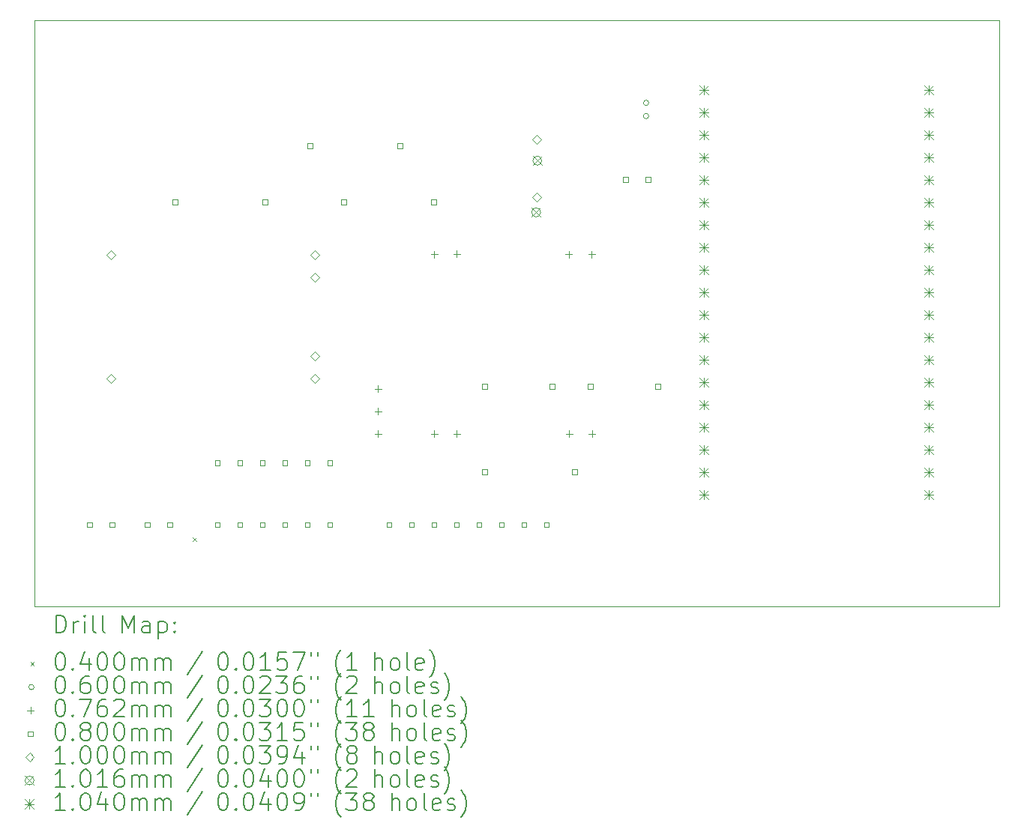
<source format=gbr>
%TF.GenerationSoftware,KiCad,Pcbnew,(7.0.0)*%
%TF.CreationDate,2023-03-30T08:57:19+02:00*%
%TF.ProjectId,HM-Base,484d2d42-6173-4652-9e6b-696361645f70,rev?*%
%TF.SameCoordinates,Original*%
%TF.FileFunction,Drillmap*%
%TF.FilePolarity,Positive*%
%FSLAX45Y45*%
G04 Gerber Fmt 4.5, Leading zero omitted, Abs format (unit mm)*
G04 Created by KiCad (PCBNEW (7.0.0)) date 2023-03-30 08:57:19*
%MOMM*%
%LPD*%
G01*
G04 APERTURE LIST*
%ADD10C,0.100000*%
%ADD11C,0.200000*%
%ADD12C,0.040000*%
%ADD13C,0.060000*%
%ADD14C,0.076200*%
%ADD15C,0.080000*%
%ADD16C,0.101600*%
%ADD17C,0.104000*%
G04 APERTURE END LIST*
D10*
X8126200Y-4801600D02*
X19024600Y-4801600D01*
X19024600Y-4801600D02*
X19024600Y-11425400D01*
X19024600Y-11425400D02*
X8126200Y-11425400D01*
X8126200Y-11425400D02*
X8126200Y-4801600D01*
D11*
D12*
X9911400Y-10648000D02*
X9951400Y-10688000D01*
X9951400Y-10648000D02*
X9911400Y-10688000D01*
D13*
X15063490Y-5735600D02*
G75*
G03*
X15063490Y-5735600I-30000J0D01*
G01*
X15063490Y-5885600D02*
G75*
G03*
X15063490Y-5885600I-30000J0D01*
G01*
D14*
X12006580Y-8929550D02*
X12006580Y-9005750D01*
X11968480Y-8967650D02*
X12044680Y-8967650D01*
X12006580Y-9183550D02*
X12006580Y-9259750D01*
X11968480Y-9221650D02*
X12044680Y-9221650D01*
X12006580Y-9437550D02*
X12006580Y-9513750D01*
X11968480Y-9475650D02*
X12044680Y-9475650D01*
X12639040Y-7408090D02*
X12639040Y-7484290D01*
X12600940Y-7446190D02*
X12677140Y-7446190D01*
X12639040Y-9437550D02*
X12639040Y-9513750D01*
X12600940Y-9475650D02*
X12677140Y-9475650D01*
X12893040Y-7405550D02*
X12893040Y-7481750D01*
X12854940Y-7443650D02*
X12931140Y-7443650D01*
X12895580Y-9437550D02*
X12895580Y-9513750D01*
X12857480Y-9475650D02*
X12933680Y-9475650D01*
X14160500Y-7408090D02*
X14160500Y-7484290D01*
X14122400Y-7446190D02*
X14198600Y-7446190D01*
X14165580Y-9437550D02*
X14165580Y-9513750D01*
X14127480Y-9475650D02*
X14203680Y-9475650D01*
X14419580Y-7408090D02*
X14419580Y-7484290D01*
X14381480Y-7446190D02*
X14457680Y-7446190D01*
X14424660Y-9437550D02*
X14424660Y-9513750D01*
X14386560Y-9475650D02*
X14462760Y-9475650D01*
D15*
X8774285Y-10528285D02*
X8774285Y-10471716D01*
X8717716Y-10471716D01*
X8717716Y-10528285D01*
X8774285Y-10528285D01*
X9028285Y-10528285D02*
X9028285Y-10471716D01*
X8971716Y-10471716D01*
X8971716Y-10528285D01*
X9028285Y-10528285D01*
X9428285Y-10528285D02*
X9428285Y-10471716D01*
X9371716Y-10471716D01*
X9371716Y-10528285D01*
X9428285Y-10528285D01*
X9682285Y-10528285D02*
X9682285Y-10471716D01*
X9625716Y-10471716D01*
X9625716Y-10528285D01*
X9682285Y-10528285D01*
X9743785Y-6886284D02*
X9743785Y-6829715D01*
X9687216Y-6829715D01*
X9687216Y-6886284D01*
X9743785Y-6886284D01*
X10220285Y-9828285D02*
X10220285Y-9771716D01*
X10163716Y-9771716D01*
X10163716Y-9828285D01*
X10220285Y-9828285D01*
X10220285Y-10528285D02*
X10220285Y-10471716D01*
X10163716Y-10471716D01*
X10163716Y-10528285D01*
X10220285Y-10528285D01*
X10474285Y-9828285D02*
X10474285Y-9771716D01*
X10417716Y-9771716D01*
X10417716Y-9828285D01*
X10474285Y-9828285D01*
X10474285Y-10528285D02*
X10474285Y-10471716D01*
X10417716Y-10471716D01*
X10417716Y-10528285D01*
X10474285Y-10528285D01*
X10728285Y-9828285D02*
X10728285Y-9771716D01*
X10671716Y-9771716D01*
X10671716Y-9828285D01*
X10728285Y-9828285D01*
X10728285Y-10528285D02*
X10728285Y-10471716D01*
X10671716Y-10471716D01*
X10671716Y-10528285D01*
X10728285Y-10528285D01*
X10759785Y-6886284D02*
X10759785Y-6829715D01*
X10703216Y-6829715D01*
X10703216Y-6886284D01*
X10759785Y-6886284D01*
X10982285Y-9828285D02*
X10982285Y-9771716D01*
X10925716Y-9771716D01*
X10925716Y-9828285D01*
X10982285Y-9828285D01*
X10982285Y-10528285D02*
X10982285Y-10471716D01*
X10925716Y-10471716D01*
X10925716Y-10528285D01*
X10982285Y-10528285D01*
X11236284Y-9828285D02*
X11236284Y-9771716D01*
X11179716Y-9771716D01*
X11179716Y-9828285D01*
X11236284Y-9828285D01*
X11236284Y-10528285D02*
X11236284Y-10471716D01*
X11179716Y-10471716D01*
X11179716Y-10528285D01*
X11236284Y-10528285D01*
X11267784Y-6251284D02*
X11267784Y-6194715D01*
X11211215Y-6194715D01*
X11211215Y-6251284D01*
X11267784Y-6251284D01*
X11490284Y-9828285D02*
X11490284Y-9771716D01*
X11433715Y-9771716D01*
X11433715Y-9828285D01*
X11490284Y-9828285D01*
X11490284Y-10528285D02*
X11490284Y-10471716D01*
X11433715Y-10471716D01*
X11433715Y-10528285D01*
X11490284Y-10528285D01*
X11648784Y-6886284D02*
X11648784Y-6829715D01*
X11592215Y-6829715D01*
X11592215Y-6886284D01*
X11648784Y-6886284D01*
X12158284Y-10528285D02*
X12158284Y-10471716D01*
X12101715Y-10471716D01*
X12101715Y-10528285D01*
X12158284Y-10528285D01*
X12283784Y-6251284D02*
X12283784Y-6194715D01*
X12227215Y-6194715D01*
X12227215Y-6251284D01*
X12283784Y-6251284D01*
X12412284Y-10528285D02*
X12412284Y-10471716D01*
X12355715Y-10471716D01*
X12355715Y-10528285D01*
X12412284Y-10528285D01*
X12664784Y-6886284D02*
X12664784Y-6829715D01*
X12608215Y-6829715D01*
X12608215Y-6886284D01*
X12664784Y-6886284D01*
X12666284Y-10528285D02*
X12666284Y-10471716D01*
X12609715Y-10471716D01*
X12609715Y-10528285D01*
X12666284Y-10528285D01*
X12920284Y-10528285D02*
X12920284Y-10471716D01*
X12863715Y-10471716D01*
X12863715Y-10528285D01*
X12920284Y-10528285D01*
X13174284Y-10528285D02*
X13174284Y-10471716D01*
X13117715Y-10471716D01*
X13117715Y-10528285D01*
X13174284Y-10528285D01*
X13236284Y-8969085D02*
X13236284Y-8912516D01*
X13179715Y-8912516D01*
X13179715Y-8969085D01*
X13236284Y-8969085D01*
X13236284Y-9934285D02*
X13236284Y-9877716D01*
X13179715Y-9877716D01*
X13179715Y-9934285D01*
X13236284Y-9934285D01*
X13428284Y-10528285D02*
X13428284Y-10471716D01*
X13371715Y-10471716D01*
X13371715Y-10528285D01*
X13428284Y-10528285D01*
X13682284Y-10528285D02*
X13682284Y-10471716D01*
X13625715Y-10471716D01*
X13625715Y-10528285D01*
X13682284Y-10528285D01*
X13936284Y-10528285D02*
X13936284Y-10471716D01*
X13879715Y-10471716D01*
X13879715Y-10528285D01*
X13936284Y-10528285D01*
X13998284Y-8969085D02*
X13998284Y-8912516D01*
X13941715Y-8912516D01*
X13941715Y-8969085D01*
X13998284Y-8969085D01*
X14252284Y-9934285D02*
X14252284Y-9877716D01*
X14195715Y-9877716D01*
X14195715Y-9934285D01*
X14252284Y-9934285D01*
X14430084Y-8969085D02*
X14430084Y-8912516D01*
X14373515Y-8912516D01*
X14373515Y-8969085D01*
X14430084Y-8969085D01*
X14828284Y-6628284D02*
X14828284Y-6571715D01*
X14771715Y-6571715D01*
X14771715Y-6628284D01*
X14828284Y-6628284D01*
X15082284Y-6628284D02*
X15082284Y-6571715D01*
X15025715Y-6571715D01*
X15025715Y-6628284D01*
X15082284Y-6628284D01*
X15192084Y-8969085D02*
X15192084Y-8912516D01*
X15135515Y-8912516D01*
X15135515Y-8969085D01*
X15192084Y-8969085D01*
D10*
X8989500Y-7501500D02*
X9039500Y-7451500D01*
X8989500Y-7401500D01*
X8939500Y-7451500D01*
X8989500Y-7501500D01*
X8989500Y-8901500D02*
X9039500Y-8851500D01*
X8989500Y-8801500D01*
X8939500Y-8851500D01*
X8989500Y-8901500D01*
X11289500Y-7501500D02*
X11339500Y-7451500D01*
X11289500Y-7401500D01*
X11239500Y-7451500D01*
X11289500Y-7501500D01*
X11289500Y-7755500D02*
X11339500Y-7705500D01*
X11289500Y-7655500D01*
X11239500Y-7705500D01*
X11289500Y-7755500D01*
X11289500Y-8647500D02*
X11339500Y-8597500D01*
X11289500Y-8547500D01*
X11239500Y-8597500D01*
X11289500Y-8647500D01*
X11289500Y-8901500D02*
X11339500Y-8851500D01*
X11289500Y-8801500D01*
X11239500Y-8851500D01*
X11289500Y-8901500D01*
X13800000Y-6202000D02*
X13850000Y-6152000D01*
X13800000Y-6102000D01*
X13750000Y-6152000D01*
X13800000Y-6202000D01*
X13800000Y-6852000D02*
X13850000Y-6802000D01*
X13800000Y-6752000D01*
X13750000Y-6802000D01*
X13800000Y-6852000D01*
D16*
X13741400Y-6921500D02*
X13843000Y-7023100D01*
X13843000Y-6921500D02*
X13741400Y-7023100D01*
X13843000Y-6972300D02*
G75*
G03*
X13843000Y-6972300I-50800J0D01*
G01*
X13754100Y-6337300D02*
X13855700Y-6438900D01*
X13855700Y-6337300D02*
X13754100Y-6438900D01*
X13855700Y-6388100D02*
G75*
G03*
X13855700Y-6388100I-50800J0D01*
G01*
D17*
X15632500Y-5536000D02*
X15736500Y-5640000D01*
X15736500Y-5536000D02*
X15632500Y-5640000D01*
X15684500Y-5536000D02*
X15684500Y-5640000D01*
X15632500Y-5588000D02*
X15736500Y-5588000D01*
X15632500Y-5790000D02*
X15736500Y-5894000D01*
X15736500Y-5790000D02*
X15632500Y-5894000D01*
X15684500Y-5790000D02*
X15684500Y-5894000D01*
X15632500Y-5842000D02*
X15736500Y-5842000D01*
X15632500Y-6044000D02*
X15736500Y-6148000D01*
X15736500Y-6044000D02*
X15632500Y-6148000D01*
X15684500Y-6044000D02*
X15684500Y-6148000D01*
X15632500Y-6096000D02*
X15736500Y-6096000D01*
X15632500Y-6298000D02*
X15736500Y-6402000D01*
X15736500Y-6298000D02*
X15632500Y-6402000D01*
X15684500Y-6298000D02*
X15684500Y-6402000D01*
X15632500Y-6350000D02*
X15736500Y-6350000D01*
X15632500Y-6552000D02*
X15736500Y-6656000D01*
X15736500Y-6552000D02*
X15632500Y-6656000D01*
X15684500Y-6552000D02*
X15684500Y-6656000D01*
X15632500Y-6604000D02*
X15736500Y-6604000D01*
X15632500Y-6806000D02*
X15736500Y-6910000D01*
X15736500Y-6806000D02*
X15632500Y-6910000D01*
X15684500Y-6806000D02*
X15684500Y-6910000D01*
X15632500Y-6858000D02*
X15736500Y-6858000D01*
X15632500Y-7060000D02*
X15736500Y-7164000D01*
X15736500Y-7060000D02*
X15632500Y-7164000D01*
X15684500Y-7060000D02*
X15684500Y-7164000D01*
X15632500Y-7112000D02*
X15736500Y-7112000D01*
X15632500Y-7314000D02*
X15736500Y-7418000D01*
X15736500Y-7314000D02*
X15632500Y-7418000D01*
X15684500Y-7314000D02*
X15684500Y-7418000D01*
X15632500Y-7366000D02*
X15736500Y-7366000D01*
X15632500Y-7568000D02*
X15736500Y-7672000D01*
X15736500Y-7568000D02*
X15632500Y-7672000D01*
X15684500Y-7568000D02*
X15684500Y-7672000D01*
X15632500Y-7620000D02*
X15736500Y-7620000D01*
X15632500Y-7822000D02*
X15736500Y-7926000D01*
X15736500Y-7822000D02*
X15632500Y-7926000D01*
X15684500Y-7822000D02*
X15684500Y-7926000D01*
X15632500Y-7874000D02*
X15736500Y-7874000D01*
X15632500Y-8076000D02*
X15736500Y-8180000D01*
X15736500Y-8076000D02*
X15632500Y-8180000D01*
X15684500Y-8076000D02*
X15684500Y-8180000D01*
X15632500Y-8128000D02*
X15736500Y-8128000D01*
X15632500Y-8330000D02*
X15736500Y-8434000D01*
X15736500Y-8330000D02*
X15632500Y-8434000D01*
X15684500Y-8330000D02*
X15684500Y-8434000D01*
X15632500Y-8382000D02*
X15736500Y-8382000D01*
X15632500Y-8584000D02*
X15736500Y-8688000D01*
X15736500Y-8584000D02*
X15632500Y-8688000D01*
X15684500Y-8584000D02*
X15684500Y-8688000D01*
X15632500Y-8636000D02*
X15736500Y-8636000D01*
X15632500Y-8838000D02*
X15736500Y-8942000D01*
X15736500Y-8838000D02*
X15632500Y-8942000D01*
X15684500Y-8838000D02*
X15684500Y-8942000D01*
X15632500Y-8890000D02*
X15736500Y-8890000D01*
X15632500Y-9092000D02*
X15736500Y-9196000D01*
X15736500Y-9092000D02*
X15632500Y-9196000D01*
X15684500Y-9092000D02*
X15684500Y-9196000D01*
X15632500Y-9144000D02*
X15736500Y-9144000D01*
X15632500Y-9346000D02*
X15736500Y-9450000D01*
X15736500Y-9346000D02*
X15632500Y-9450000D01*
X15684500Y-9346000D02*
X15684500Y-9450000D01*
X15632500Y-9398000D02*
X15736500Y-9398000D01*
X15632500Y-9600000D02*
X15736500Y-9704000D01*
X15736500Y-9600000D02*
X15632500Y-9704000D01*
X15684500Y-9600000D02*
X15684500Y-9704000D01*
X15632500Y-9652000D02*
X15736500Y-9652000D01*
X15632500Y-9854000D02*
X15736500Y-9958000D01*
X15736500Y-9854000D02*
X15632500Y-9958000D01*
X15684500Y-9854000D02*
X15684500Y-9958000D01*
X15632500Y-9906000D02*
X15736500Y-9906000D01*
X15632500Y-10108000D02*
X15736500Y-10212000D01*
X15736500Y-10108000D02*
X15632500Y-10212000D01*
X15684500Y-10108000D02*
X15684500Y-10212000D01*
X15632500Y-10160000D02*
X15736500Y-10160000D01*
X18172500Y-5536000D02*
X18276500Y-5640000D01*
X18276500Y-5536000D02*
X18172500Y-5640000D01*
X18224500Y-5536000D02*
X18224500Y-5640000D01*
X18172500Y-5588000D02*
X18276500Y-5588000D01*
X18172500Y-5790000D02*
X18276500Y-5894000D01*
X18276500Y-5790000D02*
X18172500Y-5894000D01*
X18224500Y-5790000D02*
X18224500Y-5894000D01*
X18172500Y-5842000D02*
X18276500Y-5842000D01*
X18172500Y-6044000D02*
X18276500Y-6148000D01*
X18276500Y-6044000D02*
X18172500Y-6148000D01*
X18224500Y-6044000D02*
X18224500Y-6148000D01*
X18172500Y-6096000D02*
X18276500Y-6096000D01*
X18172500Y-6298000D02*
X18276500Y-6402000D01*
X18276500Y-6298000D02*
X18172500Y-6402000D01*
X18224500Y-6298000D02*
X18224500Y-6402000D01*
X18172500Y-6350000D02*
X18276500Y-6350000D01*
X18172500Y-6552000D02*
X18276500Y-6656000D01*
X18276500Y-6552000D02*
X18172500Y-6656000D01*
X18224500Y-6552000D02*
X18224500Y-6656000D01*
X18172500Y-6604000D02*
X18276500Y-6604000D01*
X18172500Y-6806000D02*
X18276500Y-6910000D01*
X18276500Y-6806000D02*
X18172500Y-6910000D01*
X18224500Y-6806000D02*
X18224500Y-6910000D01*
X18172500Y-6858000D02*
X18276500Y-6858000D01*
X18172500Y-7060000D02*
X18276500Y-7164000D01*
X18276500Y-7060000D02*
X18172500Y-7164000D01*
X18224500Y-7060000D02*
X18224500Y-7164000D01*
X18172500Y-7112000D02*
X18276500Y-7112000D01*
X18172500Y-7314000D02*
X18276500Y-7418000D01*
X18276500Y-7314000D02*
X18172500Y-7418000D01*
X18224500Y-7314000D02*
X18224500Y-7418000D01*
X18172500Y-7366000D02*
X18276500Y-7366000D01*
X18172500Y-7568000D02*
X18276500Y-7672000D01*
X18276500Y-7568000D02*
X18172500Y-7672000D01*
X18224500Y-7568000D02*
X18224500Y-7672000D01*
X18172500Y-7620000D02*
X18276500Y-7620000D01*
X18172500Y-7822000D02*
X18276500Y-7926000D01*
X18276500Y-7822000D02*
X18172500Y-7926000D01*
X18224500Y-7822000D02*
X18224500Y-7926000D01*
X18172500Y-7874000D02*
X18276500Y-7874000D01*
X18172500Y-8076000D02*
X18276500Y-8180000D01*
X18276500Y-8076000D02*
X18172500Y-8180000D01*
X18224500Y-8076000D02*
X18224500Y-8180000D01*
X18172500Y-8128000D02*
X18276500Y-8128000D01*
X18172500Y-8330000D02*
X18276500Y-8434000D01*
X18276500Y-8330000D02*
X18172500Y-8434000D01*
X18224500Y-8330000D02*
X18224500Y-8434000D01*
X18172500Y-8382000D02*
X18276500Y-8382000D01*
X18172500Y-8584000D02*
X18276500Y-8688000D01*
X18276500Y-8584000D02*
X18172500Y-8688000D01*
X18224500Y-8584000D02*
X18224500Y-8688000D01*
X18172500Y-8636000D02*
X18276500Y-8636000D01*
X18172500Y-8838000D02*
X18276500Y-8942000D01*
X18276500Y-8838000D02*
X18172500Y-8942000D01*
X18224500Y-8838000D02*
X18224500Y-8942000D01*
X18172500Y-8890000D02*
X18276500Y-8890000D01*
X18172500Y-9092000D02*
X18276500Y-9196000D01*
X18276500Y-9092000D02*
X18172500Y-9196000D01*
X18224500Y-9092000D02*
X18224500Y-9196000D01*
X18172500Y-9144000D02*
X18276500Y-9144000D01*
X18172500Y-9346000D02*
X18276500Y-9450000D01*
X18276500Y-9346000D02*
X18172500Y-9450000D01*
X18224500Y-9346000D02*
X18224500Y-9450000D01*
X18172500Y-9398000D02*
X18276500Y-9398000D01*
X18172500Y-9600000D02*
X18276500Y-9704000D01*
X18276500Y-9600000D02*
X18172500Y-9704000D01*
X18224500Y-9600000D02*
X18224500Y-9704000D01*
X18172500Y-9652000D02*
X18276500Y-9652000D01*
X18172500Y-9854000D02*
X18276500Y-9958000D01*
X18276500Y-9854000D02*
X18172500Y-9958000D01*
X18224500Y-9854000D02*
X18224500Y-9958000D01*
X18172500Y-9906000D02*
X18276500Y-9906000D01*
X18172500Y-10108000D02*
X18276500Y-10212000D01*
X18276500Y-10108000D02*
X18172500Y-10212000D01*
X18224500Y-10108000D02*
X18224500Y-10212000D01*
X18172500Y-10160000D02*
X18276500Y-10160000D01*
D11*
X8368819Y-11723876D02*
X8368819Y-11523876D01*
X8368819Y-11523876D02*
X8416438Y-11523876D01*
X8416438Y-11523876D02*
X8445010Y-11533400D01*
X8445010Y-11533400D02*
X8464057Y-11552448D01*
X8464057Y-11552448D02*
X8473581Y-11571495D01*
X8473581Y-11571495D02*
X8483105Y-11609590D01*
X8483105Y-11609590D02*
X8483105Y-11638162D01*
X8483105Y-11638162D02*
X8473581Y-11676257D01*
X8473581Y-11676257D02*
X8464057Y-11695305D01*
X8464057Y-11695305D02*
X8445010Y-11714352D01*
X8445010Y-11714352D02*
X8416438Y-11723876D01*
X8416438Y-11723876D02*
X8368819Y-11723876D01*
X8568819Y-11723876D02*
X8568819Y-11590543D01*
X8568819Y-11628638D02*
X8578343Y-11609590D01*
X8578343Y-11609590D02*
X8587867Y-11600067D01*
X8587867Y-11600067D02*
X8606914Y-11590543D01*
X8606914Y-11590543D02*
X8625962Y-11590543D01*
X8692629Y-11723876D02*
X8692629Y-11590543D01*
X8692629Y-11523876D02*
X8683105Y-11533400D01*
X8683105Y-11533400D02*
X8692629Y-11542924D01*
X8692629Y-11542924D02*
X8702152Y-11533400D01*
X8702152Y-11533400D02*
X8692629Y-11523876D01*
X8692629Y-11523876D02*
X8692629Y-11542924D01*
X8816438Y-11723876D02*
X8797390Y-11714352D01*
X8797390Y-11714352D02*
X8787867Y-11695305D01*
X8787867Y-11695305D02*
X8787867Y-11523876D01*
X8921200Y-11723876D02*
X8902152Y-11714352D01*
X8902152Y-11714352D02*
X8892629Y-11695305D01*
X8892629Y-11695305D02*
X8892629Y-11523876D01*
X9117390Y-11723876D02*
X9117390Y-11523876D01*
X9117390Y-11523876D02*
X9184057Y-11666733D01*
X9184057Y-11666733D02*
X9250724Y-11523876D01*
X9250724Y-11523876D02*
X9250724Y-11723876D01*
X9431676Y-11723876D02*
X9431676Y-11619114D01*
X9431676Y-11619114D02*
X9422152Y-11600067D01*
X9422152Y-11600067D02*
X9403105Y-11590543D01*
X9403105Y-11590543D02*
X9365009Y-11590543D01*
X9365009Y-11590543D02*
X9345962Y-11600067D01*
X9431676Y-11714352D02*
X9412629Y-11723876D01*
X9412629Y-11723876D02*
X9365009Y-11723876D01*
X9365009Y-11723876D02*
X9345962Y-11714352D01*
X9345962Y-11714352D02*
X9336438Y-11695305D01*
X9336438Y-11695305D02*
X9336438Y-11676257D01*
X9336438Y-11676257D02*
X9345962Y-11657209D01*
X9345962Y-11657209D02*
X9365009Y-11647686D01*
X9365009Y-11647686D02*
X9412629Y-11647686D01*
X9412629Y-11647686D02*
X9431676Y-11638162D01*
X9526914Y-11590543D02*
X9526914Y-11790543D01*
X9526914Y-11600067D02*
X9545962Y-11590543D01*
X9545962Y-11590543D02*
X9584057Y-11590543D01*
X9584057Y-11590543D02*
X9603105Y-11600067D01*
X9603105Y-11600067D02*
X9612629Y-11609590D01*
X9612629Y-11609590D02*
X9622152Y-11628638D01*
X9622152Y-11628638D02*
X9622152Y-11685781D01*
X9622152Y-11685781D02*
X9612629Y-11704828D01*
X9612629Y-11704828D02*
X9603105Y-11714352D01*
X9603105Y-11714352D02*
X9584057Y-11723876D01*
X9584057Y-11723876D02*
X9545962Y-11723876D01*
X9545962Y-11723876D02*
X9526914Y-11714352D01*
X9707867Y-11704828D02*
X9717390Y-11714352D01*
X9717390Y-11714352D02*
X9707867Y-11723876D01*
X9707867Y-11723876D02*
X9698343Y-11714352D01*
X9698343Y-11714352D02*
X9707867Y-11704828D01*
X9707867Y-11704828D02*
X9707867Y-11723876D01*
X9707867Y-11600067D02*
X9717390Y-11609590D01*
X9717390Y-11609590D02*
X9707867Y-11619114D01*
X9707867Y-11619114D02*
X9698343Y-11609590D01*
X9698343Y-11609590D02*
X9707867Y-11600067D01*
X9707867Y-11600067D02*
X9707867Y-11619114D01*
D12*
X8081200Y-12050400D02*
X8121200Y-12090400D01*
X8121200Y-12050400D02*
X8081200Y-12090400D01*
D11*
X8406914Y-11943876D02*
X8425962Y-11943876D01*
X8425962Y-11943876D02*
X8445010Y-11953400D01*
X8445010Y-11953400D02*
X8454533Y-11962924D01*
X8454533Y-11962924D02*
X8464057Y-11981971D01*
X8464057Y-11981971D02*
X8473581Y-12020067D01*
X8473581Y-12020067D02*
X8473581Y-12067686D01*
X8473581Y-12067686D02*
X8464057Y-12105781D01*
X8464057Y-12105781D02*
X8454533Y-12124828D01*
X8454533Y-12124828D02*
X8445010Y-12134352D01*
X8445010Y-12134352D02*
X8425962Y-12143876D01*
X8425962Y-12143876D02*
X8406914Y-12143876D01*
X8406914Y-12143876D02*
X8387867Y-12134352D01*
X8387867Y-12134352D02*
X8378343Y-12124828D01*
X8378343Y-12124828D02*
X8368819Y-12105781D01*
X8368819Y-12105781D02*
X8359295Y-12067686D01*
X8359295Y-12067686D02*
X8359295Y-12020067D01*
X8359295Y-12020067D02*
X8368819Y-11981971D01*
X8368819Y-11981971D02*
X8378343Y-11962924D01*
X8378343Y-11962924D02*
X8387867Y-11953400D01*
X8387867Y-11953400D02*
X8406914Y-11943876D01*
X8559295Y-12124828D02*
X8568819Y-12134352D01*
X8568819Y-12134352D02*
X8559295Y-12143876D01*
X8559295Y-12143876D02*
X8549771Y-12134352D01*
X8549771Y-12134352D02*
X8559295Y-12124828D01*
X8559295Y-12124828D02*
X8559295Y-12143876D01*
X8740248Y-12010543D02*
X8740248Y-12143876D01*
X8692629Y-11934352D02*
X8645010Y-12077209D01*
X8645010Y-12077209D02*
X8768819Y-12077209D01*
X8883105Y-11943876D02*
X8902152Y-11943876D01*
X8902152Y-11943876D02*
X8921200Y-11953400D01*
X8921200Y-11953400D02*
X8930724Y-11962924D01*
X8930724Y-11962924D02*
X8940248Y-11981971D01*
X8940248Y-11981971D02*
X8949771Y-12020067D01*
X8949771Y-12020067D02*
X8949771Y-12067686D01*
X8949771Y-12067686D02*
X8940248Y-12105781D01*
X8940248Y-12105781D02*
X8930724Y-12124828D01*
X8930724Y-12124828D02*
X8921200Y-12134352D01*
X8921200Y-12134352D02*
X8902152Y-12143876D01*
X8902152Y-12143876D02*
X8883105Y-12143876D01*
X8883105Y-12143876D02*
X8864057Y-12134352D01*
X8864057Y-12134352D02*
X8854533Y-12124828D01*
X8854533Y-12124828D02*
X8845010Y-12105781D01*
X8845010Y-12105781D02*
X8835486Y-12067686D01*
X8835486Y-12067686D02*
X8835486Y-12020067D01*
X8835486Y-12020067D02*
X8845010Y-11981971D01*
X8845010Y-11981971D02*
X8854533Y-11962924D01*
X8854533Y-11962924D02*
X8864057Y-11953400D01*
X8864057Y-11953400D02*
X8883105Y-11943876D01*
X9073581Y-11943876D02*
X9092629Y-11943876D01*
X9092629Y-11943876D02*
X9111676Y-11953400D01*
X9111676Y-11953400D02*
X9121200Y-11962924D01*
X9121200Y-11962924D02*
X9130724Y-11981971D01*
X9130724Y-11981971D02*
X9140248Y-12020067D01*
X9140248Y-12020067D02*
X9140248Y-12067686D01*
X9140248Y-12067686D02*
X9130724Y-12105781D01*
X9130724Y-12105781D02*
X9121200Y-12124828D01*
X9121200Y-12124828D02*
X9111676Y-12134352D01*
X9111676Y-12134352D02*
X9092629Y-12143876D01*
X9092629Y-12143876D02*
X9073581Y-12143876D01*
X9073581Y-12143876D02*
X9054533Y-12134352D01*
X9054533Y-12134352D02*
X9045010Y-12124828D01*
X9045010Y-12124828D02*
X9035486Y-12105781D01*
X9035486Y-12105781D02*
X9025962Y-12067686D01*
X9025962Y-12067686D02*
X9025962Y-12020067D01*
X9025962Y-12020067D02*
X9035486Y-11981971D01*
X9035486Y-11981971D02*
X9045010Y-11962924D01*
X9045010Y-11962924D02*
X9054533Y-11953400D01*
X9054533Y-11953400D02*
X9073581Y-11943876D01*
X9225962Y-12143876D02*
X9225962Y-12010543D01*
X9225962Y-12029590D02*
X9235486Y-12020067D01*
X9235486Y-12020067D02*
X9254533Y-12010543D01*
X9254533Y-12010543D02*
X9283105Y-12010543D01*
X9283105Y-12010543D02*
X9302152Y-12020067D01*
X9302152Y-12020067D02*
X9311676Y-12039114D01*
X9311676Y-12039114D02*
X9311676Y-12143876D01*
X9311676Y-12039114D02*
X9321200Y-12020067D01*
X9321200Y-12020067D02*
X9340248Y-12010543D01*
X9340248Y-12010543D02*
X9368819Y-12010543D01*
X9368819Y-12010543D02*
X9387867Y-12020067D01*
X9387867Y-12020067D02*
X9397391Y-12039114D01*
X9397391Y-12039114D02*
X9397391Y-12143876D01*
X9492629Y-12143876D02*
X9492629Y-12010543D01*
X9492629Y-12029590D02*
X9502152Y-12020067D01*
X9502152Y-12020067D02*
X9521200Y-12010543D01*
X9521200Y-12010543D02*
X9549772Y-12010543D01*
X9549772Y-12010543D02*
X9568819Y-12020067D01*
X9568819Y-12020067D02*
X9578343Y-12039114D01*
X9578343Y-12039114D02*
X9578343Y-12143876D01*
X9578343Y-12039114D02*
X9587867Y-12020067D01*
X9587867Y-12020067D02*
X9606914Y-12010543D01*
X9606914Y-12010543D02*
X9635486Y-12010543D01*
X9635486Y-12010543D02*
X9654533Y-12020067D01*
X9654533Y-12020067D02*
X9664057Y-12039114D01*
X9664057Y-12039114D02*
X9664057Y-12143876D01*
X10022152Y-11934352D02*
X9850724Y-12191495D01*
X10246914Y-11943876D02*
X10265962Y-11943876D01*
X10265962Y-11943876D02*
X10285010Y-11953400D01*
X10285010Y-11953400D02*
X10294533Y-11962924D01*
X10294533Y-11962924D02*
X10304057Y-11981971D01*
X10304057Y-11981971D02*
X10313581Y-12020067D01*
X10313581Y-12020067D02*
X10313581Y-12067686D01*
X10313581Y-12067686D02*
X10304057Y-12105781D01*
X10304057Y-12105781D02*
X10294533Y-12124828D01*
X10294533Y-12124828D02*
X10285010Y-12134352D01*
X10285010Y-12134352D02*
X10265962Y-12143876D01*
X10265962Y-12143876D02*
X10246914Y-12143876D01*
X10246914Y-12143876D02*
X10227867Y-12134352D01*
X10227867Y-12134352D02*
X10218343Y-12124828D01*
X10218343Y-12124828D02*
X10208819Y-12105781D01*
X10208819Y-12105781D02*
X10199295Y-12067686D01*
X10199295Y-12067686D02*
X10199295Y-12020067D01*
X10199295Y-12020067D02*
X10208819Y-11981971D01*
X10208819Y-11981971D02*
X10218343Y-11962924D01*
X10218343Y-11962924D02*
X10227867Y-11953400D01*
X10227867Y-11953400D02*
X10246914Y-11943876D01*
X10399295Y-12124828D02*
X10408819Y-12134352D01*
X10408819Y-12134352D02*
X10399295Y-12143876D01*
X10399295Y-12143876D02*
X10389772Y-12134352D01*
X10389772Y-12134352D02*
X10399295Y-12124828D01*
X10399295Y-12124828D02*
X10399295Y-12143876D01*
X10532629Y-11943876D02*
X10551676Y-11943876D01*
X10551676Y-11943876D02*
X10570724Y-11953400D01*
X10570724Y-11953400D02*
X10580248Y-11962924D01*
X10580248Y-11962924D02*
X10589772Y-11981971D01*
X10589772Y-11981971D02*
X10599295Y-12020067D01*
X10599295Y-12020067D02*
X10599295Y-12067686D01*
X10599295Y-12067686D02*
X10589772Y-12105781D01*
X10589772Y-12105781D02*
X10580248Y-12124828D01*
X10580248Y-12124828D02*
X10570724Y-12134352D01*
X10570724Y-12134352D02*
X10551676Y-12143876D01*
X10551676Y-12143876D02*
X10532629Y-12143876D01*
X10532629Y-12143876D02*
X10513581Y-12134352D01*
X10513581Y-12134352D02*
X10504057Y-12124828D01*
X10504057Y-12124828D02*
X10494533Y-12105781D01*
X10494533Y-12105781D02*
X10485010Y-12067686D01*
X10485010Y-12067686D02*
X10485010Y-12020067D01*
X10485010Y-12020067D02*
X10494533Y-11981971D01*
X10494533Y-11981971D02*
X10504057Y-11962924D01*
X10504057Y-11962924D02*
X10513581Y-11953400D01*
X10513581Y-11953400D02*
X10532629Y-11943876D01*
X10789772Y-12143876D02*
X10675486Y-12143876D01*
X10732629Y-12143876D02*
X10732629Y-11943876D01*
X10732629Y-11943876D02*
X10713581Y-11972448D01*
X10713581Y-11972448D02*
X10694533Y-11991495D01*
X10694533Y-11991495D02*
X10675486Y-12001019D01*
X10970724Y-11943876D02*
X10875486Y-11943876D01*
X10875486Y-11943876D02*
X10865962Y-12039114D01*
X10865962Y-12039114D02*
X10875486Y-12029590D01*
X10875486Y-12029590D02*
X10894533Y-12020067D01*
X10894533Y-12020067D02*
X10942153Y-12020067D01*
X10942153Y-12020067D02*
X10961200Y-12029590D01*
X10961200Y-12029590D02*
X10970724Y-12039114D01*
X10970724Y-12039114D02*
X10980248Y-12058162D01*
X10980248Y-12058162D02*
X10980248Y-12105781D01*
X10980248Y-12105781D02*
X10970724Y-12124828D01*
X10970724Y-12124828D02*
X10961200Y-12134352D01*
X10961200Y-12134352D02*
X10942153Y-12143876D01*
X10942153Y-12143876D02*
X10894533Y-12143876D01*
X10894533Y-12143876D02*
X10875486Y-12134352D01*
X10875486Y-12134352D02*
X10865962Y-12124828D01*
X11046914Y-11943876D02*
X11180248Y-11943876D01*
X11180248Y-11943876D02*
X11094533Y-12143876D01*
X11246914Y-11943876D02*
X11246914Y-11981971D01*
X11323105Y-11943876D02*
X11323105Y-11981971D01*
X11585962Y-12220067D02*
X11576438Y-12210543D01*
X11576438Y-12210543D02*
X11557391Y-12181971D01*
X11557391Y-12181971D02*
X11547867Y-12162924D01*
X11547867Y-12162924D02*
X11538343Y-12134352D01*
X11538343Y-12134352D02*
X11528819Y-12086733D01*
X11528819Y-12086733D02*
X11528819Y-12048638D01*
X11528819Y-12048638D02*
X11538343Y-12001019D01*
X11538343Y-12001019D02*
X11547867Y-11972448D01*
X11547867Y-11972448D02*
X11557391Y-11953400D01*
X11557391Y-11953400D02*
X11576438Y-11924828D01*
X11576438Y-11924828D02*
X11585962Y-11915305D01*
X11766914Y-12143876D02*
X11652629Y-12143876D01*
X11709771Y-12143876D02*
X11709771Y-11943876D01*
X11709771Y-11943876D02*
X11690724Y-11972448D01*
X11690724Y-11972448D02*
X11671676Y-11991495D01*
X11671676Y-11991495D02*
X11652629Y-12001019D01*
X11972629Y-12143876D02*
X11972629Y-11943876D01*
X12058343Y-12143876D02*
X12058343Y-12039114D01*
X12058343Y-12039114D02*
X12048819Y-12020067D01*
X12048819Y-12020067D02*
X12029772Y-12010543D01*
X12029772Y-12010543D02*
X12001200Y-12010543D01*
X12001200Y-12010543D02*
X11982152Y-12020067D01*
X11982152Y-12020067D02*
X11972629Y-12029590D01*
X12182152Y-12143876D02*
X12163105Y-12134352D01*
X12163105Y-12134352D02*
X12153581Y-12124828D01*
X12153581Y-12124828D02*
X12144057Y-12105781D01*
X12144057Y-12105781D02*
X12144057Y-12048638D01*
X12144057Y-12048638D02*
X12153581Y-12029590D01*
X12153581Y-12029590D02*
X12163105Y-12020067D01*
X12163105Y-12020067D02*
X12182152Y-12010543D01*
X12182152Y-12010543D02*
X12210724Y-12010543D01*
X12210724Y-12010543D02*
X12229772Y-12020067D01*
X12229772Y-12020067D02*
X12239295Y-12029590D01*
X12239295Y-12029590D02*
X12248819Y-12048638D01*
X12248819Y-12048638D02*
X12248819Y-12105781D01*
X12248819Y-12105781D02*
X12239295Y-12124828D01*
X12239295Y-12124828D02*
X12229772Y-12134352D01*
X12229772Y-12134352D02*
X12210724Y-12143876D01*
X12210724Y-12143876D02*
X12182152Y-12143876D01*
X12363105Y-12143876D02*
X12344057Y-12134352D01*
X12344057Y-12134352D02*
X12334533Y-12115305D01*
X12334533Y-12115305D02*
X12334533Y-11943876D01*
X12515486Y-12134352D02*
X12496438Y-12143876D01*
X12496438Y-12143876D02*
X12458343Y-12143876D01*
X12458343Y-12143876D02*
X12439295Y-12134352D01*
X12439295Y-12134352D02*
X12429772Y-12115305D01*
X12429772Y-12115305D02*
X12429772Y-12039114D01*
X12429772Y-12039114D02*
X12439295Y-12020067D01*
X12439295Y-12020067D02*
X12458343Y-12010543D01*
X12458343Y-12010543D02*
X12496438Y-12010543D01*
X12496438Y-12010543D02*
X12515486Y-12020067D01*
X12515486Y-12020067D02*
X12525010Y-12039114D01*
X12525010Y-12039114D02*
X12525010Y-12058162D01*
X12525010Y-12058162D02*
X12429772Y-12077209D01*
X12591676Y-12220067D02*
X12601200Y-12210543D01*
X12601200Y-12210543D02*
X12620248Y-12181971D01*
X12620248Y-12181971D02*
X12629772Y-12162924D01*
X12629772Y-12162924D02*
X12639295Y-12134352D01*
X12639295Y-12134352D02*
X12648819Y-12086733D01*
X12648819Y-12086733D02*
X12648819Y-12048638D01*
X12648819Y-12048638D02*
X12639295Y-12001019D01*
X12639295Y-12001019D02*
X12629772Y-11972448D01*
X12629772Y-11972448D02*
X12620248Y-11953400D01*
X12620248Y-11953400D02*
X12601200Y-11924828D01*
X12601200Y-11924828D02*
X12591676Y-11915305D01*
D13*
X8121200Y-12334400D02*
G75*
G03*
X8121200Y-12334400I-30000J0D01*
G01*
D11*
X8406914Y-12207876D02*
X8425962Y-12207876D01*
X8425962Y-12207876D02*
X8445010Y-12217400D01*
X8445010Y-12217400D02*
X8454533Y-12226924D01*
X8454533Y-12226924D02*
X8464057Y-12245971D01*
X8464057Y-12245971D02*
X8473581Y-12284067D01*
X8473581Y-12284067D02*
X8473581Y-12331686D01*
X8473581Y-12331686D02*
X8464057Y-12369781D01*
X8464057Y-12369781D02*
X8454533Y-12388828D01*
X8454533Y-12388828D02*
X8445010Y-12398352D01*
X8445010Y-12398352D02*
X8425962Y-12407876D01*
X8425962Y-12407876D02*
X8406914Y-12407876D01*
X8406914Y-12407876D02*
X8387867Y-12398352D01*
X8387867Y-12398352D02*
X8378343Y-12388828D01*
X8378343Y-12388828D02*
X8368819Y-12369781D01*
X8368819Y-12369781D02*
X8359295Y-12331686D01*
X8359295Y-12331686D02*
X8359295Y-12284067D01*
X8359295Y-12284067D02*
X8368819Y-12245971D01*
X8368819Y-12245971D02*
X8378343Y-12226924D01*
X8378343Y-12226924D02*
X8387867Y-12217400D01*
X8387867Y-12217400D02*
X8406914Y-12207876D01*
X8559295Y-12388828D02*
X8568819Y-12398352D01*
X8568819Y-12398352D02*
X8559295Y-12407876D01*
X8559295Y-12407876D02*
X8549771Y-12398352D01*
X8549771Y-12398352D02*
X8559295Y-12388828D01*
X8559295Y-12388828D02*
X8559295Y-12407876D01*
X8740248Y-12207876D02*
X8702152Y-12207876D01*
X8702152Y-12207876D02*
X8683105Y-12217400D01*
X8683105Y-12217400D02*
X8673581Y-12226924D01*
X8673581Y-12226924D02*
X8654533Y-12255495D01*
X8654533Y-12255495D02*
X8645010Y-12293590D01*
X8645010Y-12293590D02*
X8645010Y-12369781D01*
X8645010Y-12369781D02*
X8654533Y-12388828D01*
X8654533Y-12388828D02*
X8664057Y-12398352D01*
X8664057Y-12398352D02*
X8683105Y-12407876D01*
X8683105Y-12407876D02*
X8721200Y-12407876D01*
X8721200Y-12407876D02*
X8740248Y-12398352D01*
X8740248Y-12398352D02*
X8749771Y-12388828D01*
X8749771Y-12388828D02*
X8759295Y-12369781D01*
X8759295Y-12369781D02*
X8759295Y-12322162D01*
X8759295Y-12322162D02*
X8749771Y-12303114D01*
X8749771Y-12303114D02*
X8740248Y-12293590D01*
X8740248Y-12293590D02*
X8721200Y-12284067D01*
X8721200Y-12284067D02*
X8683105Y-12284067D01*
X8683105Y-12284067D02*
X8664057Y-12293590D01*
X8664057Y-12293590D02*
X8654533Y-12303114D01*
X8654533Y-12303114D02*
X8645010Y-12322162D01*
X8883105Y-12207876D02*
X8902152Y-12207876D01*
X8902152Y-12207876D02*
X8921200Y-12217400D01*
X8921200Y-12217400D02*
X8930724Y-12226924D01*
X8930724Y-12226924D02*
X8940248Y-12245971D01*
X8940248Y-12245971D02*
X8949771Y-12284067D01*
X8949771Y-12284067D02*
X8949771Y-12331686D01*
X8949771Y-12331686D02*
X8940248Y-12369781D01*
X8940248Y-12369781D02*
X8930724Y-12388828D01*
X8930724Y-12388828D02*
X8921200Y-12398352D01*
X8921200Y-12398352D02*
X8902152Y-12407876D01*
X8902152Y-12407876D02*
X8883105Y-12407876D01*
X8883105Y-12407876D02*
X8864057Y-12398352D01*
X8864057Y-12398352D02*
X8854533Y-12388828D01*
X8854533Y-12388828D02*
X8845010Y-12369781D01*
X8845010Y-12369781D02*
X8835486Y-12331686D01*
X8835486Y-12331686D02*
X8835486Y-12284067D01*
X8835486Y-12284067D02*
X8845010Y-12245971D01*
X8845010Y-12245971D02*
X8854533Y-12226924D01*
X8854533Y-12226924D02*
X8864057Y-12217400D01*
X8864057Y-12217400D02*
X8883105Y-12207876D01*
X9073581Y-12207876D02*
X9092629Y-12207876D01*
X9092629Y-12207876D02*
X9111676Y-12217400D01*
X9111676Y-12217400D02*
X9121200Y-12226924D01*
X9121200Y-12226924D02*
X9130724Y-12245971D01*
X9130724Y-12245971D02*
X9140248Y-12284067D01*
X9140248Y-12284067D02*
X9140248Y-12331686D01*
X9140248Y-12331686D02*
X9130724Y-12369781D01*
X9130724Y-12369781D02*
X9121200Y-12388828D01*
X9121200Y-12388828D02*
X9111676Y-12398352D01*
X9111676Y-12398352D02*
X9092629Y-12407876D01*
X9092629Y-12407876D02*
X9073581Y-12407876D01*
X9073581Y-12407876D02*
X9054533Y-12398352D01*
X9054533Y-12398352D02*
X9045010Y-12388828D01*
X9045010Y-12388828D02*
X9035486Y-12369781D01*
X9035486Y-12369781D02*
X9025962Y-12331686D01*
X9025962Y-12331686D02*
X9025962Y-12284067D01*
X9025962Y-12284067D02*
X9035486Y-12245971D01*
X9035486Y-12245971D02*
X9045010Y-12226924D01*
X9045010Y-12226924D02*
X9054533Y-12217400D01*
X9054533Y-12217400D02*
X9073581Y-12207876D01*
X9225962Y-12407876D02*
X9225962Y-12274543D01*
X9225962Y-12293590D02*
X9235486Y-12284067D01*
X9235486Y-12284067D02*
X9254533Y-12274543D01*
X9254533Y-12274543D02*
X9283105Y-12274543D01*
X9283105Y-12274543D02*
X9302152Y-12284067D01*
X9302152Y-12284067D02*
X9311676Y-12303114D01*
X9311676Y-12303114D02*
X9311676Y-12407876D01*
X9311676Y-12303114D02*
X9321200Y-12284067D01*
X9321200Y-12284067D02*
X9340248Y-12274543D01*
X9340248Y-12274543D02*
X9368819Y-12274543D01*
X9368819Y-12274543D02*
X9387867Y-12284067D01*
X9387867Y-12284067D02*
X9397391Y-12303114D01*
X9397391Y-12303114D02*
X9397391Y-12407876D01*
X9492629Y-12407876D02*
X9492629Y-12274543D01*
X9492629Y-12293590D02*
X9502152Y-12284067D01*
X9502152Y-12284067D02*
X9521200Y-12274543D01*
X9521200Y-12274543D02*
X9549772Y-12274543D01*
X9549772Y-12274543D02*
X9568819Y-12284067D01*
X9568819Y-12284067D02*
X9578343Y-12303114D01*
X9578343Y-12303114D02*
X9578343Y-12407876D01*
X9578343Y-12303114D02*
X9587867Y-12284067D01*
X9587867Y-12284067D02*
X9606914Y-12274543D01*
X9606914Y-12274543D02*
X9635486Y-12274543D01*
X9635486Y-12274543D02*
X9654533Y-12284067D01*
X9654533Y-12284067D02*
X9664057Y-12303114D01*
X9664057Y-12303114D02*
X9664057Y-12407876D01*
X10022152Y-12198352D02*
X9850724Y-12455495D01*
X10246914Y-12207876D02*
X10265962Y-12207876D01*
X10265962Y-12207876D02*
X10285010Y-12217400D01*
X10285010Y-12217400D02*
X10294533Y-12226924D01*
X10294533Y-12226924D02*
X10304057Y-12245971D01*
X10304057Y-12245971D02*
X10313581Y-12284067D01*
X10313581Y-12284067D02*
X10313581Y-12331686D01*
X10313581Y-12331686D02*
X10304057Y-12369781D01*
X10304057Y-12369781D02*
X10294533Y-12388828D01*
X10294533Y-12388828D02*
X10285010Y-12398352D01*
X10285010Y-12398352D02*
X10265962Y-12407876D01*
X10265962Y-12407876D02*
X10246914Y-12407876D01*
X10246914Y-12407876D02*
X10227867Y-12398352D01*
X10227867Y-12398352D02*
X10218343Y-12388828D01*
X10218343Y-12388828D02*
X10208819Y-12369781D01*
X10208819Y-12369781D02*
X10199295Y-12331686D01*
X10199295Y-12331686D02*
X10199295Y-12284067D01*
X10199295Y-12284067D02*
X10208819Y-12245971D01*
X10208819Y-12245971D02*
X10218343Y-12226924D01*
X10218343Y-12226924D02*
X10227867Y-12217400D01*
X10227867Y-12217400D02*
X10246914Y-12207876D01*
X10399295Y-12388828D02*
X10408819Y-12398352D01*
X10408819Y-12398352D02*
X10399295Y-12407876D01*
X10399295Y-12407876D02*
X10389772Y-12398352D01*
X10389772Y-12398352D02*
X10399295Y-12388828D01*
X10399295Y-12388828D02*
X10399295Y-12407876D01*
X10532629Y-12207876D02*
X10551676Y-12207876D01*
X10551676Y-12207876D02*
X10570724Y-12217400D01*
X10570724Y-12217400D02*
X10580248Y-12226924D01*
X10580248Y-12226924D02*
X10589772Y-12245971D01*
X10589772Y-12245971D02*
X10599295Y-12284067D01*
X10599295Y-12284067D02*
X10599295Y-12331686D01*
X10599295Y-12331686D02*
X10589772Y-12369781D01*
X10589772Y-12369781D02*
X10580248Y-12388828D01*
X10580248Y-12388828D02*
X10570724Y-12398352D01*
X10570724Y-12398352D02*
X10551676Y-12407876D01*
X10551676Y-12407876D02*
X10532629Y-12407876D01*
X10532629Y-12407876D02*
X10513581Y-12398352D01*
X10513581Y-12398352D02*
X10504057Y-12388828D01*
X10504057Y-12388828D02*
X10494533Y-12369781D01*
X10494533Y-12369781D02*
X10485010Y-12331686D01*
X10485010Y-12331686D02*
X10485010Y-12284067D01*
X10485010Y-12284067D02*
X10494533Y-12245971D01*
X10494533Y-12245971D02*
X10504057Y-12226924D01*
X10504057Y-12226924D02*
X10513581Y-12217400D01*
X10513581Y-12217400D02*
X10532629Y-12207876D01*
X10675486Y-12226924D02*
X10685010Y-12217400D01*
X10685010Y-12217400D02*
X10704057Y-12207876D01*
X10704057Y-12207876D02*
X10751676Y-12207876D01*
X10751676Y-12207876D02*
X10770724Y-12217400D01*
X10770724Y-12217400D02*
X10780248Y-12226924D01*
X10780248Y-12226924D02*
X10789772Y-12245971D01*
X10789772Y-12245971D02*
X10789772Y-12265019D01*
X10789772Y-12265019D02*
X10780248Y-12293590D01*
X10780248Y-12293590D02*
X10665962Y-12407876D01*
X10665962Y-12407876D02*
X10789772Y-12407876D01*
X10856438Y-12207876D02*
X10980248Y-12207876D01*
X10980248Y-12207876D02*
X10913581Y-12284067D01*
X10913581Y-12284067D02*
X10942153Y-12284067D01*
X10942153Y-12284067D02*
X10961200Y-12293590D01*
X10961200Y-12293590D02*
X10970724Y-12303114D01*
X10970724Y-12303114D02*
X10980248Y-12322162D01*
X10980248Y-12322162D02*
X10980248Y-12369781D01*
X10980248Y-12369781D02*
X10970724Y-12388828D01*
X10970724Y-12388828D02*
X10961200Y-12398352D01*
X10961200Y-12398352D02*
X10942153Y-12407876D01*
X10942153Y-12407876D02*
X10885010Y-12407876D01*
X10885010Y-12407876D02*
X10865962Y-12398352D01*
X10865962Y-12398352D02*
X10856438Y-12388828D01*
X11151676Y-12207876D02*
X11113581Y-12207876D01*
X11113581Y-12207876D02*
X11094533Y-12217400D01*
X11094533Y-12217400D02*
X11085010Y-12226924D01*
X11085010Y-12226924D02*
X11065962Y-12255495D01*
X11065962Y-12255495D02*
X11056438Y-12293590D01*
X11056438Y-12293590D02*
X11056438Y-12369781D01*
X11056438Y-12369781D02*
X11065962Y-12388828D01*
X11065962Y-12388828D02*
X11075486Y-12398352D01*
X11075486Y-12398352D02*
X11094533Y-12407876D01*
X11094533Y-12407876D02*
X11132629Y-12407876D01*
X11132629Y-12407876D02*
X11151676Y-12398352D01*
X11151676Y-12398352D02*
X11161200Y-12388828D01*
X11161200Y-12388828D02*
X11170724Y-12369781D01*
X11170724Y-12369781D02*
X11170724Y-12322162D01*
X11170724Y-12322162D02*
X11161200Y-12303114D01*
X11161200Y-12303114D02*
X11151676Y-12293590D01*
X11151676Y-12293590D02*
X11132629Y-12284067D01*
X11132629Y-12284067D02*
X11094533Y-12284067D01*
X11094533Y-12284067D02*
X11075486Y-12293590D01*
X11075486Y-12293590D02*
X11065962Y-12303114D01*
X11065962Y-12303114D02*
X11056438Y-12322162D01*
X11246914Y-12207876D02*
X11246914Y-12245971D01*
X11323105Y-12207876D02*
X11323105Y-12245971D01*
X11585962Y-12484067D02*
X11576438Y-12474543D01*
X11576438Y-12474543D02*
X11557391Y-12445971D01*
X11557391Y-12445971D02*
X11547867Y-12426924D01*
X11547867Y-12426924D02*
X11538343Y-12398352D01*
X11538343Y-12398352D02*
X11528819Y-12350733D01*
X11528819Y-12350733D02*
X11528819Y-12312638D01*
X11528819Y-12312638D02*
X11538343Y-12265019D01*
X11538343Y-12265019D02*
X11547867Y-12236448D01*
X11547867Y-12236448D02*
X11557391Y-12217400D01*
X11557391Y-12217400D02*
X11576438Y-12188828D01*
X11576438Y-12188828D02*
X11585962Y-12179305D01*
X11652629Y-12226924D02*
X11662152Y-12217400D01*
X11662152Y-12217400D02*
X11681200Y-12207876D01*
X11681200Y-12207876D02*
X11728819Y-12207876D01*
X11728819Y-12207876D02*
X11747867Y-12217400D01*
X11747867Y-12217400D02*
X11757391Y-12226924D01*
X11757391Y-12226924D02*
X11766914Y-12245971D01*
X11766914Y-12245971D02*
X11766914Y-12265019D01*
X11766914Y-12265019D02*
X11757391Y-12293590D01*
X11757391Y-12293590D02*
X11643105Y-12407876D01*
X11643105Y-12407876D02*
X11766914Y-12407876D01*
X11972629Y-12407876D02*
X11972629Y-12207876D01*
X12058343Y-12407876D02*
X12058343Y-12303114D01*
X12058343Y-12303114D02*
X12048819Y-12284067D01*
X12048819Y-12284067D02*
X12029772Y-12274543D01*
X12029772Y-12274543D02*
X12001200Y-12274543D01*
X12001200Y-12274543D02*
X11982152Y-12284067D01*
X11982152Y-12284067D02*
X11972629Y-12293590D01*
X12182152Y-12407876D02*
X12163105Y-12398352D01*
X12163105Y-12398352D02*
X12153581Y-12388828D01*
X12153581Y-12388828D02*
X12144057Y-12369781D01*
X12144057Y-12369781D02*
X12144057Y-12312638D01*
X12144057Y-12312638D02*
X12153581Y-12293590D01*
X12153581Y-12293590D02*
X12163105Y-12284067D01*
X12163105Y-12284067D02*
X12182152Y-12274543D01*
X12182152Y-12274543D02*
X12210724Y-12274543D01*
X12210724Y-12274543D02*
X12229772Y-12284067D01*
X12229772Y-12284067D02*
X12239295Y-12293590D01*
X12239295Y-12293590D02*
X12248819Y-12312638D01*
X12248819Y-12312638D02*
X12248819Y-12369781D01*
X12248819Y-12369781D02*
X12239295Y-12388828D01*
X12239295Y-12388828D02*
X12229772Y-12398352D01*
X12229772Y-12398352D02*
X12210724Y-12407876D01*
X12210724Y-12407876D02*
X12182152Y-12407876D01*
X12363105Y-12407876D02*
X12344057Y-12398352D01*
X12344057Y-12398352D02*
X12334533Y-12379305D01*
X12334533Y-12379305D02*
X12334533Y-12207876D01*
X12515486Y-12398352D02*
X12496438Y-12407876D01*
X12496438Y-12407876D02*
X12458343Y-12407876D01*
X12458343Y-12407876D02*
X12439295Y-12398352D01*
X12439295Y-12398352D02*
X12429772Y-12379305D01*
X12429772Y-12379305D02*
X12429772Y-12303114D01*
X12429772Y-12303114D02*
X12439295Y-12284067D01*
X12439295Y-12284067D02*
X12458343Y-12274543D01*
X12458343Y-12274543D02*
X12496438Y-12274543D01*
X12496438Y-12274543D02*
X12515486Y-12284067D01*
X12515486Y-12284067D02*
X12525010Y-12303114D01*
X12525010Y-12303114D02*
X12525010Y-12322162D01*
X12525010Y-12322162D02*
X12429772Y-12341209D01*
X12601200Y-12398352D02*
X12620248Y-12407876D01*
X12620248Y-12407876D02*
X12658343Y-12407876D01*
X12658343Y-12407876D02*
X12677391Y-12398352D01*
X12677391Y-12398352D02*
X12686914Y-12379305D01*
X12686914Y-12379305D02*
X12686914Y-12369781D01*
X12686914Y-12369781D02*
X12677391Y-12350733D01*
X12677391Y-12350733D02*
X12658343Y-12341209D01*
X12658343Y-12341209D02*
X12629772Y-12341209D01*
X12629772Y-12341209D02*
X12610724Y-12331686D01*
X12610724Y-12331686D02*
X12601200Y-12312638D01*
X12601200Y-12312638D02*
X12601200Y-12303114D01*
X12601200Y-12303114D02*
X12610724Y-12284067D01*
X12610724Y-12284067D02*
X12629772Y-12274543D01*
X12629772Y-12274543D02*
X12658343Y-12274543D01*
X12658343Y-12274543D02*
X12677391Y-12284067D01*
X12753581Y-12484067D02*
X12763105Y-12474543D01*
X12763105Y-12474543D02*
X12782153Y-12445971D01*
X12782153Y-12445971D02*
X12791676Y-12426924D01*
X12791676Y-12426924D02*
X12801200Y-12398352D01*
X12801200Y-12398352D02*
X12810724Y-12350733D01*
X12810724Y-12350733D02*
X12810724Y-12312638D01*
X12810724Y-12312638D02*
X12801200Y-12265019D01*
X12801200Y-12265019D02*
X12791676Y-12236448D01*
X12791676Y-12236448D02*
X12782153Y-12217400D01*
X12782153Y-12217400D02*
X12763105Y-12188828D01*
X12763105Y-12188828D02*
X12753581Y-12179305D01*
D14*
X8083100Y-12560300D02*
X8083100Y-12636500D01*
X8045000Y-12598400D02*
X8121200Y-12598400D01*
D11*
X8406914Y-12471876D02*
X8425962Y-12471876D01*
X8425962Y-12471876D02*
X8445010Y-12481400D01*
X8445010Y-12481400D02*
X8454533Y-12490924D01*
X8454533Y-12490924D02*
X8464057Y-12509971D01*
X8464057Y-12509971D02*
X8473581Y-12548067D01*
X8473581Y-12548067D02*
X8473581Y-12595686D01*
X8473581Y-12595686D02*
X8464057Y-12633781D01*
X8464057Y-12633781D02*
X8454533Y-12652828D01*
X8454533Y-12652828D02*
X8445010Y-12662352D01*
X8445010Y-12662352D02*
X8425962Y-12671876D01*
X8425962Y-12671876D02*
X8406914Y-12671876D01*
X8406914Y-12671876D02*
X8387867Y-12662352D01*
X8387867Y-12662352D02*
X8378343Y-12652828D01*
X8378343Y-12652828D02*
X8368819Y-12633781D01*
X8368819Y-12633781D02*
X8359295Y-12595686D01*
X8359295Y-12595686D02*
X8359295Y-12548067D01*
X8359295Y-12548067D02*
X8368819Y-12509971D01*
X8368819Y-12509971D02*
X8378343Y-12490924D01*
X8378343Y-12490924D02*
X8387867Y-12481400D01*
X8387867Y-12481400D02*
X8406914Y-12471876D01*
X8559295Y-12652828D02*
X8568819Y-12662352D01*
X8568819Y-12662352D02*
X8559295Y-12671876D01*
X8559295Y-12671876D02*
X8549771Y-12662352D01*
X8549771Y-12662352D02*
X8559295Y-12652828D01*
X8559295Y-12652828D02*
X8559295Y-12671876D01*
X8635486Y-12471876D02*
X8768819Y-12471876D01*
X8768819Y-12471876D02*
X8683105Y-12671876D01*
X8930724Y-12471876D02*
X8892629Y-12471876D01*
X8892629Y-12471876D02*
X8873581Y-12481400D01*
X8873581Y-12481400D02*
X8864057Y-12490924D01*
X8864057Y-12490924D02*
X8845010Y-12519495D01*
X8845010Y-12519495D02*
X8835486Y-12557590D01*
X8835486Y-12557590D02*
X8835486Y-12633781D01*
X8835486Y-12633781D02*
X8845010Y-12652828D01*
X8845010Y-12652828D02*
X8854533Y-12662352D01*
X8854533Y-12662352D02*
X8873581Y-12671876D01*
X8873581Y-12671876D02*
X8911676Y-12671876D01*
X8911676Y-12671876D02*
X8930724Y-12662352D01*
X8930724Y-12662352D02*
X8940248Y-12652828D01*
X8940248Y-12652828D02*
X8949771Y-12633781D01*
X8949771Y-12633781D02*
X8949771Y-12586162D01*
X8949771Y-12586162D02*
X8940248Y-12567114D01*
X8940248Y-12567114D02*
X8930724Y-12557590D01*
X8930724Y-12557590D02*
X8911676Y-12548067D01*
X8911676Y-12548067D02*
X8873581Y-12548067D01*
X8873581Y-12548067D02*
X8854533Y-12557590D01*
X8854533Y-12557590D02*
X8845010Y-12567114D01*
X8845010Y-12567114D02*
X8835486Y-12586162D01*
X9025962Y-12490924D02*
X9035486Y-12481400D01*
X9035486Y-12481400D02*
X9054533Y-12471876D01*
X9054533Y-12471876D02*
X9102152Y-12471876D01*
X9102152Y-12471876D02*
X9121200Y-12481400D01*
X9121200Y-12481400D02*
X9130724Y-12490924D01*
X9130724Y-12490924D02*
X9140248Y-12509971D01*
X9140248Y-12509971D02*
X9140248Y-12529019D01*
X9140248Y-12529019D02*
X9130724Y-12557590D01*
X9130724Y-12557590D02*
X9016438Y-12671876D01*
X9016438Y-12671876D02*
X9140248Y-12671876D01*
X9225962Y-12671876D02*
X9225962Y-12538543D01*
X9225962Y-12557590D02*
X9235486Y-12548067D01*
X9235486Y-12548067D02*
X9254533Y-12538543D01*
X9254533Y-12538543D02*
X9283105Y-12538543D01*
X9283105Y-12538543D02*
X9302152Y-12548067D01*
X9302152Y-12548067D02*
X9311676Y-12567114D01*
X9311676Y-12567114D02*
X9311676Y-12671876D01*
X9311676Y-12567114D02*
X9321200Y-12548067D01*
X9321200Y-12548067D02*
X9340248Y-12538543D01*
X9340248Y-12538543D02*
X9368819Y-12538543D01*
X9368819Y-12538543D02*
X9387867Y-12548067D01*
X9387867Y-12548067D02*
X9397391Y-12567114D01*
X9397391Y-12567114D02*
X9397391Y-12671876D01*
X9492629Y-12671876D02*
X9492629Y-12538543D01*
X9492629Y-12557590D02*
X9502152Y-12548067D01*
X9502152Y-12548067D02*
X9521200Y-12538543D01*
X9521200Y-12538543D02*
X9549772Y-12538543D01*
X9549772Y-12538543D02*
X9568819Y-12548067D01*
X9568819Y-12548067D02*
X9578343Y-12567114D01*
X9578343Y-12567114D02*
X9578343Y-12671876D01*
X9578343Y-12567114D02*
X9587867Y-12548067D01*
X9587867Y-12548067D02*
X9606914Y-12538543D01*
X9606914Y-12538543D02*
X9635486Y-12538543D01*
X9635486Y-12538543D02*
X9654533Y-12548067D01*
X9654533Y-12548067D02*
X9664057Y-12567114D01*
X9664057Y-12567114D02*
X9664057Y-12671876D01*
X10022152Y-12462352D02*
X9850724Y-12719495D01*
X10246914Y-12471876D02*
X10265962Y-12471876D01*
X10265962Y-12471876D02*
X10285010Y-12481400D01*
X10285010Y-12481400D02*
X10294533Y-12490924D01*
X10294533Y-12490924D02*
X10304057Y-12509971D01*
X10304057Y-12509971D02*
X10313581Y-12548067D01*
X10313581Y-12548067D02*
X10313581Y-12595686D01*
X10313581Y-12595686D02*
X10304057Y-12633781D01*
X10304057Y-12633781D02*
X10294533Y-12652828D01*
X10294533Y-12652828D02*
X10285010Y-12662352D01*
X10285010Y-12662352D02*
X10265962Y-12671876D01*
X10265962Y-12671876D02*
X10246914Y-12671876D01*
X10246914Y-12671876D02*
X10227867Y-12662352D01*
X10227867Y-12662352D02*
X10218343Y-12652828D01*
X10218343Y-12652828D02*
X10208819Y-12633781D01*
X10208819Y-12633781D02*
X10199295Y-12595686D01*
X10199295Y-12595686D02*
X10199295Y-12548067D01*
X10199295Y-12548067D02*
X10208819Y-12509971D01*
X10208819Y-12509971D02*
X10218343Y-12490924D01*
X10218343Y-12490924D02*
X10227867Y-12481400D01*
X10227867Y-12481400D02*
X10246914Y-12471876D01*
X10399295Y-12652828D02*
X10408819Y-12662352D01*
X10408819Y-12662352D02*
X10399295Y-12671876D01*
X10399295Y-12671876D02*
X10389772Y-12662352D01*
X10389772Y-12662352D02*
X10399295Y-12652828D01*
X10399295Y-12652828D02*
X10399295Y-12671876D01*
X10532629Y-12471876D02*
X10551676Y-12471876D01*
X10551676Y-12471876D02*
X10570724Y-12481400D01*
X10570724Y-12481400D02*
X10580248Y-12490924D01*
X10580248Y-12490924D02*
X10589772Y-12509971D01*
X10589772Y-12509971D02*
X10599295Y-12548067D01*
X10599295Y-12548067D02*
X10599295Y-12595686D01*
X10599295Y-12595686D02*
X10589772Y-12633781D01*
X10589772Y-12633781D02*
X10580248Y-12652828D01*
X10580248Y-12652828D02*
X10570724Y-12662352D01*
X10570724Y-12662352D02*
X10551676Y-12671876D01*
X10551676Y-12671876D02*
X10532629Y-12671876D01*
X10532629Y-12671876D02*
X10513581Y-12662352D01*
X10513581Y-12662352D02*
X10504057Y-12652828D01*
X10504057Y-12652828D02*
X10494533Y-12633781D01*
X10494533Y-12633781D02*
X10485010Y-12595686D01*
X10485010Y-12595686D02*
X10485010Y-12548067D01*
X10485010Y-12548067D02*
X10494533Y-12509971D01*
X10494533Y-12509971D02*
X10504057Y-12490924D01*
X10504057Y-12490924D02*
X10513581Y-12481400D01*
X10513581Y-12481400D02*
X10532629Y-12471876D01*
X10665962Y-12471876D02*
X10789772Y-12471876D01*
X10789772Y-12471876D02*
X10723105Y-12548067D01*
X10723105Y-12548067D02*
X10751676Y-12548067D01*
X10751676Y-12548067D02*
X10770724Y-12557590D01*
X10770724Y-12557590D02*
X10780248Y-12567114D01*
X10780248Y-12567114D02*
X10789772Y-12586162D01*
X10789772Y-12586162D02*
X10789772Y-12633781D01*
X10789772Y-12633781D02*
X10780248Y-12652828D01*
X10780248Y-12652828D02*
X10770724Y-12662352D01*
X10770724Y-12662352D02*
X10751676Y-12671876D01*
X10751676Y-12671876D02*
X10694533Y-12671876D01*
X10694533Y-12671876D02*
X10675486Y-12662352D01*
X10675486Y-12662352D02*
X10665962Y-12652828D01*
X10913581Y-12471876D02*
X10932629Y-12471876D01*
X10932629Y-12471876D02*
X10951676Y-12481400D01*
X10951676Y-12481400D02*
X10961200Y-12490924D01*
X10961200Y-12490924D02*
X10970724Y-12509971D01*
X10970724Y-12509971D02*
X10980248Y-12548067D01*
X10980248Y-12548067D02*
X10980248Y-12595686D01*
X10980248Y-12595686D02*
X10970724Y-12633781D01*
X10970724Y-12633781D02*
X10961200Y-12652828D01*
X10961200Y-12652828D02*
X10951676Y-12662352D01*
X10951676Y-12662352D02*
X10932629Y-12671876D01*
X10932629Y-12671876D02*
X10913581Y-12671876D01*
X10913581Y-12671876D02*
X10894533Y-12662352D01*
X10894533Y-12662352D02*
X10885010Y-12652828D01*
X10885010Y-12652828D02*
X10875486Y-12633781D01*
X10875486Y-12633781D02*
X10865962Y-12595686D01*
X10865962Y-12595686D02*
X10865962Y-12548067D01*
X10865962Y-12548067D02*
X10875486Y-12509971D01*
X10875486Y-12509971D02*
X10885010Y-12490924D01*
X10885010Y-12490924D02*
X10894533Y-12481400D01*
X10894533Y-12481400D02*
X10913581Y-12471876D01*
X11104057Y-12471876D02*
X11123105Y-12471876D01*
X11123105Y-12471876D02*
X11142153Y-12481400D01*
X11142153Y-12481400D02*
X11151676Y-12490924D01*
X11151676Y-12490924D02*
X11161200Y-12509971D01*
X11161200Y-12509971D02*
X11170724Y-12548067D01*
X11170724Y-12548067D02*
X11170724Y-12595686D01*
X11170724Y-12595686D02*
X11161200Y-12633781D01*
X11161200Y-12633781D02*
X11151676Y-12652828D01*
X11151676Y-12652828D02*
X11142153Y-12662352D01*
X11142153Y-12662352D02*
X11123105Y-12671876D01*
X11123105Y-12671876D02*
X11104057Y-12671876D01*
X11104057Y-12671876D02*
X11085010Y-12662352D01*
X11085010Y-12662352D02*
X11075486Y-12652828D01*
X11075486Y-12652828D02*
X11065962Y-12633781D01*
X11065962Y-12633781D02*
X11056438Y-12595686D01*
X11056438Y-12595686D02*
X11056438Y-12548067D01*
X11056438Y-12548067D02*
X11065962Y-12509971D01*
X11065962Y-12509971D02*
X11075486Y-12490924D01*
X11075486Y-12490924D02*
X11085010Y-12481400D01*
X11085010Y-12481400D02*
X11104057Y-12471876D01*
X11246914Y-12471876D02*
X11246914Y-12509971D01*
X11323105Y-12471876D02*
X11323105Y-12509971D01*
X11585962Y-12748067D02*
X11576438Y-12738543D01*
X11576438Y-12738543D02*
X11557391Y-12709971D01*
X11557391Y-12709971D02*
X11547867Y-12690924D01*
X11547867Y-12690924D02*
X11538343Y-12662352D01*
X11538343Y-12662352D02*
X11528819Y-12614733D01*
X11528819Y-12614733D02*
X11528819Y-12576638D01*
X11528819Y-12576638D02*
X11538343Y-12529019D01*
X11538343Y-12529019D02*
X11547867Y-12500448D01*
X11547867Y-12500448D02*
X11557391Y-12481400D01*
X11557391Y-12481400D02*
X11576438Y-12452828D01*
X11576438Y-12452828D02*
X11585962Y-12443305D01*
X11766914Y-12671876D02*
X11652629Y-12671876D01*
X11709771Y-12671876D02*
X11709771Y-12471876D01*
X11709771Y-12471876D02*
X11690724Y-12500448D01*
X11690724Y-12500448D02*
X11671676Y-12519495D01*
X11671676Y-12519495D02*
X11652629Y-12529019D01*
X11957391Y-12671876D02*
X11843105Y-12671876D01*
X11900248Y-12671876D02*
X11900248Y-12471876D01*
X11900248Y-12471876D02*
X11881200Y-12500448D01*
X11881200Y-12500448D02*
X11862152Y-12519495D01*
X11862152Y-12519495D02*
X11843105Y-12529019D01*
X12163105Y-12671876D02*
X12163105Y-12471876D01*
X12248819Y-12671876D02*
X12248819Y-12567114D01*
X12248819Y-12567114D02*
X12239295Y-12548067D01*
X12239295Y-12548067D02*
X12220248Y-12538543D01*
X12220248Y-12538543D02*
X12191676Y-12538543D01*
X12191676Y-12538543D02*
X12172629Y-12548067D01*
X12172629Y-12548067D02*
X12163105Y-12557590D01*
X12372629Y-12671876D02*
X12353581Y-12662352D01*
X12353581Y-12662352D02*
X12344057Y-12652828D01*
X12344057Y-12652828D02*
X12334533Y-12633781D01*
X12334533Y-12633781D02*
X12334533Y-12576638D01*
X12334533Y-12576638D02*
X12344057Y-12557590D01*
X12344057Y-12557590D02*
X12353581Y-12548067D01*
X12353581Y-12548067D02*
X12372629Y-12538543D01*
X12372629Y-12538543D02*
X12401200Y-12538543D01*
X12401200Y-12538543D02*
X12420248Y-12548067D01*
X12420248Y-12548067D02*
X12429772Y-12557590D01*
X12429772Y-12557590D02*
X12439295Y-12576638D01*
X12439295Y-12576638D02*
X12439295Y-12633781D01*
X12439295Y-12633781D02*
X12429772Y-12652828D01*
X12429772Y-12652828D02*
X12420248Y-12662352D01*
X12420248Y-12662352D02*
X12401200Y-12671876D01*
X12401200Y-12671876D02*
X12372629Y-12671876D01*
X12553581Y-12671876D02*
X12534533Y-12662352D01*
X12534533Y-12662352D02*
X12525010Y-12643305D01*
X12525010Y-12643305D02*
X12525010Y-12471876D01*
X12705962Y-12662352D02*
X12686914Y-12671876D01*
X12686914Y-12671876D02*
X12648819Y-12671876D01*
X12648819Y-12671876D02*
X12629772Y-12662352D01*
X12629772Y-12662352D02*
X12620248Y-12643305D01*
X12620248Y-12643305D02*
X12620248Y-12567114D01*
X12620248Y-12567114D02*
X12629772Y-12548067D01*
X12629772Y-12548067D02*
X12648819Y-12538543D01*
X12648819Y-12538543D02*
X12686914Y-12538543D01*
X12686914Y-12538543D02*
X12705962Y-12548067D01*
X12705962Y-12548067D02*
X12715486Y-12567114D01*
X12715486Y-12567114D02*
X12715486Y-12586162D01*
X12715486Y-12586162D02*
X12620248Y-12605209D01*
X12791676Y-12662352D02*
X12810724Y-12671876D01*
X12810724Y-12671876D02*
X12848819Y-12671876D01*
X12848819Y-12671876D02*
X12867867Y-12662352D01*
X12867867Y-12662352D02*
X12877391Y-12643305D01*
X12877391Y-12643305D02*
X12877391Y-12633781D01*
X12877391Y-12633781D02*
X12867867Y-12614733D01*
X12867867Y-12614733D02*
X12848819Y-12605209D01*
X12848819Y-12605209D02*
X12820248Y-12605209D01*
X12820248Y-12605209D02*
X12801200Y-12595686D01*
X12801200Y-12595686D02*
X12791676Y-12576638D01*
X12791676Y-12576638D02*
X12791676Y-12567114D01*
X12791676Y-12567114D02*
X12801200Y-12548067D01*
X12801200Y-12548067D02*
X12820248Y-12538543D01*
X12820248Y-12538543D02*
X12848819Y-12538543D01*
X12848819Y-12538543D02*
X12867867Y-12548067D01*
X12944057Y-12748067D02*
X12953581Y-12738543D01*
X12953581Y-12738543D02*
X12972629Y-12709971D01*
X12972629Y-12709971D02*
X12982153Y-12690924D01*
X12982153Y-12690924D02*
X12991676Y-12662352D01*
X12991676Y-12662352D02*
X13001200Y-12614733D01*
X13001200Y-12614733D02*
X13001200Y-12576638D01*
X13001200Y-12576638D02*
X12991676Y-12529019D01*
X12991676Y-12529019D02*
X12982153Y-12500448D01*
X12982153Y-12500448D02*
X12972629Y-12481400D01*
X12972629Y-12481400D02*
X12953581Y-12452828D01*
X12953581Y-12452828D02*
X12944057Y-12443305D01*
D15*
X8109484Y-12890684D02*
X8109484Y-12834115D01*
X8052915Y-12834115D01*
X8052915Y-12890684D01*
X8109484Y-12890684D01*
D11*
X8406914Y-12735876D02*
X8425962Y-12735876D01*
X8425962Y-12735876D02*
X8445010Y-12745400D01*
X8445010Y-12745400D02*
X8454533Y-12754924D01*
X8454533Y-12754924D02*
X8464057Y-12773971D01*
X8464057Y-12773971D02*
X8473581Y-12812067D01*
X8473581Y-12812067D02*
X8473581Y-12859686D01*
X8473581Y-12859686D02*
X8464057Y-12897781D01*
X8464057Y-12897781D02*
X8454533Y-12916828D01*
X8454533Y-12916828D02*
X8445010Y-12926352D01*
X8445010Y-12926352D02*
X8425962Y-12935876D01*
X8425962Y-12935876D02*
X8406914Y-12935876D01*
X8406914Y-12935876D02*
X8387867Y-12926352D01*
X8387867Y-12926352D02*
X8378343Y-12916828D01*
X8378343Y-12916828D02*
X8368819Y-12897781D01*
X8368819Y-12897781D02*
X8359295Y-12859686D01*
X8359295Y-12859686D02*
X8359295Y-12812067D01*
X8359295Y-12812067D02*
X8368819Y-12773971D01*
X8368819Y-12773971D02*
X8378343Y-12754924D01*
X8378343Y-12754924D02*
X8387867Y-12745400D01*
X8387867Y-12745400D02*
X8406914Y-12735876D01*
X8559295Y-12916828D02*
X8568819Y-12926352D01*
X8568819Y-12926352D02*
X8559295Y-12935876D01*
X8559295Y-12935876D02*
X8549771Y-12926352D01*
X8549771Y-12926352D02*
X8559295Y-12916828D01*
X8559295Y-12916828D02*
X8559295Y-12935876D01*
X8683105Y-12821590D02*
X8664057Y-12812067D01*
X8664057Y-12812067D02*
X8654533Y-12802543D01*
X8654533Y-12802543D02*
X8645010Y-12783495D01*
X8645010Y-12783495D02*
X8645010Y-12773971D01*
X8645010Y-12773971D02*
X8654533Y-12754924D01*
X8654533Y-12754924D02*
X8664057Y-12745400D01*
X8664057Y-12745400D02*
X8683105Y-12735876D01*
X8683105Y-12735876D02*
X8721200Y-12735876D01*
X8721200Y-12735876D02*
X8740248Y-12745400D01*
X8740248Y-12745400D02*
X8749771Y-12754924D01*
X8749771Y-12754924D02*
X8759295Y-12773971D01*
X8759295Y-12773971D02*
X8759295Y-12783495D01*
X8759295Y-12783495D02*
X8749771Y-12802543D01*
X8749771Y-12802543D02*
X8740248Y-12812067D01*
X8740248Y-12812067D02*
X8721200Y-12821590D01*
X8721200Y-12821590D02*
X8683105Y-12821590D01*
X8683105Y-12821590D02*
X8664057Y-12831114D01*
X8664057Y-12831114D02*
X8654533Y-12840638D01*
X8654533Y-12840638D02*
X8645010Y-12859686D01*
X8645010Y-12859686D02*
X8645010Y-12897781D01*
X8645010Y-12897781D02*
X8654533Y-12916828D01*
X8654533Y-12916828D02*
X8664057Y-12926352D01*
X8664057Y-12926352D02*
X8683105Y-12935876D01*
X8683105Y-12935876D02*
X8721200Y-12935876D01*
X8721200Y-12935876D02*
X8740248Y-12926352D01*
X8740248Y-12926352D02*
X8749771Y-12916828D01*
X8749771Y-12916828D02*
X8759295Y-12897781D01*
X8759295Y-12897781D02*
X8759295Y-12859686D01*
X8759295Y-12859686D02*
X8749771Y-12840638D01*
X8749771Y-12840638D02*
X8740248Y-12831114D01*
X8740248Y-12831114D02*
X8721200Y-12821590D01*
X8883105Y-12735876D02*
X8902152Y-12735876D01*
X8902152Y-12735876D02*
X8921200Y-12745400D01*
X8921200Y-12745400D02*
X8930724Y-12754924D01*
X8930724Y-12754924D02*
X8940248Y-12773971D01*
X8940248Y-12773971D02*
X8949771Y-12812067D01*
X8949771Y-12812067D02*
X8949771Y-12859686D01*
X8949771Y-12859686D02*
X8940248Y-12897781D01*
X8940248Y-12897781D02*
X8930724Y-12916828D01*
X8930724Y-12916828D02*
X8921200Y-12926352D01*
X8921200Y-12926352D02*
X8902152Y-12935876D01*
X8902152Y-12935876D02*
X8883105Y-12935876D01*
X8883105Y-12935876D02*
X8864057Y-12926352D01*
X8864057Y-12926352D02*
X8854533Y-12916828D01*
X8854533Y-12916828D02*
X8845010Y-12897781D01*
X8845010Y-12897781D02*
X8835486Y-12859686D01*
X8835486Y-12859686D02*
X8835486Y-12812067D01*
X8835486Y-12812067D02*
X8845010Y-12773971D01*
X8845010Y-12773971D02*
X8854533Y-12754924D01*
X8854533Y-12754924D02*
X8864057Y-12745400D01*
X8864057Y-12745400D02*
X8883105Y-12735876D01*
X9073581Y-12735876D02*
X9092629Y-12735876D01*
X9092629Y-12735876D02*
X9111676Y-12745400D01*
X9111676Y-12745400D02*
X9121200Y-12754924D01*
X9121200Y-12754924D02*
X9130724Y-12773971D01*
X9130724Y-12773971D02*
X9140248Y-12812067D01*
X9140248Y-12812067D02*
X9140248Y-12859686D01*
X9140248Y-12859686D02*
X9130724Y-12897781D01*
X9130724Y-12897781D02*
X9121200Y-12916828D01*
X9121200Y-12916828D02*
X9111676Y-12926352D01*
X9111676Y-12926352D02*
X9092629Y-12935876D01*
X9092629Y-12935876D02*
X9073581Y-12935876D01*
X9073581Y-12935876D02*
X9054533Y-12926352D01*
X9054533Y-12926352D02*
X9045010Y-12916828D01*
X9045010Y-12916828D02*
X9035486Y-12897781D01*
X9035486Y-12897781D02*
X9025962Y-12859686D01*
X9025962Y-12859686D02*
X9025962Y-12812067D01*
X9025962Y-12812067D02*
X9035486Y-12773971D01*
X9035486Y-12773971D02*
X9045010Y-12754924D01*
X9045010Y-12754924D02*
X9054533Y-12745400D01*
X9054533Y-12745400D02*
X9073581Y-12735876D01*
X9225962Y-12935876D02*
X9225962Y-12802543D01*
X9225962Y-12821590D02*
X9235486Y-12812067D01*
X9235486Y-12812067D02*
X9254533Y-12802543D01*
X9254533Y-12802543D02*
X9283105Y-12802543D01*
X9283105Y-12802543D02*
X9302152Y-12812067D01*
X9302152Y-12812067D02*
X9311676Y-12831114D01*
X9311676Y-12831114D02*
X9311676Y-12935876D01*
X9311676Y-12831114D02*
X9321200Y-12812067D01*
X9321200Y-12812067D02*
X9340248Y-12802543D01*
X9340248Y-12802543D02*
X9368819Y-12802543D01*
X9368819Y-12802543D02*
X9387867Y-12812067D01*
X9387867Y-12812067D02*
X9397391Y-12831114D01*
X9397391Y-12831114D02*
X9397391Y-12935876D01*
X9492629Y-12935876D02*
X9492629Y-12802543D01*
X9492629Y-12821590D02*
X9502152Y-12812067D01*
X9502152Y-12812067D02*
X9521200Y-12802543D01*
X9521200Y-12802543D02*
X9549772Y-12802543D01*
X9549772Y-12802543D02*
X9568819Y-12812067D01*
X9568819Y-12812067D02*
X9578343Y-12831114D01*
X9578343Y-12831114D02*
X9578343Y-12935876D01*
X9578343Y-12831114D02*
X9587867Y-12812067D01*
X9587867Y-12812067D02*
X9606914Y-12802543D01*
X9606914Y-12802543D02*
X9635486Y-12802543D01*
X9635486Y-12802543D02*
X9654533Y-12812067D01*
X9654533Y-12812067D02*
X9664057Y-12831114D01*
X9664057Y-12831114D02*
X9664057Y-12935876D01*
X10022152Y-12726352D02*
X9850724Y-12983495D01*
X10246914Y-12735876D02*
X10265962Y-12735876D01*
X10265962Y-12735876D02*
X10285010Y-12745400D01*
X10285010Y-12745400D02*
X10294533Y-12754924D01*
X10294533Y-12754924D02*
X10304057Y-12773971D01*
X10304057Y-12773971D02*
X10313581Y-12812067D01*
X10313581Y-12812067D02*
X10313581Y-12859686D01*
X10313581Y-12859686D02*
X10304057Y-12897781D01*
X10304057Y-12897781D02*
X10294533Y-12916828D01*
X10294533Y-12916828D02*
X10285010Y-12926352D01*
X10285010Y-12926352D02*
X10265962Y-12935876D01*
X10265962Y-12935876D02*
X10246914Y-12935876D01*
X10246914Y-12935876D02*
X10227867Y-12926352D01*
X10227867Y-12926352D02*
X10218343Y-12916828D01*
X10218343Y-12916828D02*
X10208819Y-12897781D01*
X10208819Y-12897781D02*
X10199295Y-12859686D01*
X10199295Y-12859686D02*
X10199295Y-12812067D01*
X10199295Y-12812067D02*
X10208819Y-12773971D01*
X10208819Y-12773971D02*
X10218343Y-12754924D01*
X10218343Y-12754924D02*
X10227867Y-12745400D01*
X10227867Y-12745400D02*
X10246914Y-12735876D01*
X10399295Y-12916828D02*
X10408819Y-12926352D01*
X10408819Y-12926352D02*
X10399295Y-12935876D01*
X10399295Y-12935876D02*
X10389772Y-12926352D01*
X10389772Y-12926352D02*
X10399295Y-12916828D01*
X10399295Y-12916828D02*
X10399295Y-12935876D01*
X10532629Y-12735876D02*
X10551676Y-12735876D01*
X10551676Y-12735876D02*
X10570724Y-12745400D01*
X10570724Y-12745400D02*
X10580248Y-12754924D01*
X10580248Y-12754924D02*
X10589772Y-12773971D01*
X10589772Y-12773971D02*
X10599295Y-12812067D01*
X10599295Y-12812067D02*
X10599295Y-12859686D01*
X10599295Y-12859686D02*
X10589772Y-12897781D01*
X10589772Y-12897781D02*
X10580248Y-12916828D01*
X10580248Y-12916828D02*
X10570724Y-12926352D01*
X10570724Y-12926352D02*
X10551676Y-12935876D01*
X10551676Y-12935876D02*
X10532629Y-12935876D01*
X10532629Y-12935876D02*
X10513581Y-12926352D01*
X10513581Y-12926352D02*
X10504057Y-12916828D01*
X10504057Y-12916828D02*
X10494533Y-12897781D01*
X10494533Y-12897781D02*
X10485010Y-12859686D01*
X10485010Y-12859686D02*
X10485010Y-12812067D01*
X10485010Y-12812067D02*
X10494533Y-12773971D01*
X10494533Y-12773971D02*
X10504057Y-12754924D01*
X10504057Y-12754924D02*
X10513581Y-12745400D01*
X10513581Y-12745400D02*
X10532629Y-12735876D01*
X10665962Y-12735876D02*
X10789772Y-12735876D01*
X10789772Y-12735876D02*
X10723105Y-12812067D01*
X10723105Y-12812067D02*
X10751676Y-12812067D01*
X10751676Y-12812067D02*
X10770724Y-12821590D01*
X10770724Y-12821590D02*
X10780248Y-12831114D01*
X10780248Y-12831114D02*
X10789772Y-12850162D01*
X10789772Y-12850162D02*
X10789772Y-12897781D01*
X10789772Y-12897781D02*
X10780248Y-12916828D01*
X10780248Y-12916828D02*
X10770724Y-12926352D01*
X10770724Y-12926352D02*
X10751676Y-12935876D01*
X10751676Y-12935876D02*
X10694533Y-12935876D01*
X10694533Y-12935876D02*
X10675486Y-12926352D01*
X10675486Y-12926352D02*
X10665962Y-12916828D01*
X10980248Y-12935876D02*
X10865962Y-12935876D01*
X10923105Y-12935876D02*
X10923105Y-12735876D01*
X10923105Y-12735876D02*
X10904057Y-12764448D01*
X10904057Y-12764448D02*
X10885010Y-12783495D01*
X10885010Y-12783495D02*
X10865962Y-12793019D01*
X11161200Y-12735876D02*
X11065962Y-12735876D01*
X11065962Y-12735876D02*
X11056438Y-12831114D01*
X11056438Y-12831114D02*
X11065962Y-12821590D01*
X11065962Y-12821590D02*
X11085010Y-12812067D01*
X11085010Y-12812067D02*
X11132629Y-12812067D01*
X11132629Y-12812067D02*
X11151676Y-12821590D01*
X11151676Y-12821590D02*
X11161200Y-12831114D01*
X11161200Y-12831114D02*
X11170724Y-12850162D01*
X11170724Y-12850162D02*
X11170724Y-12897781D01*
X11170724Y-12897781D02*
X11161200Y-12916828D01*
X11161200Y-12916828D02*
X11151676Y-12926352D01*
X11151676Y-12926352D02*
X11132629Y-12935876D01*
X11132629Y-12935876D02*
X11085010Y-12935876D01*
X11085010Y-12935876D02*
X11065962Y-12926352D01*
X11065962Y-12926352D02*
X11056438Y-12916828D01*
X11246914Y-12735876D02*
X11246914Y-12773971D01*
X11323105Y-12735876D02*
X11323105Y-12773971D01*
X11585962Y-13012067D02*
X11576438Y-13002543D01*
X11576438Y-13002543D02*
X11557391Y-12973971D01*
X11557391Y-12973971D02*
X11547867Y-12954924D01*
X11547867Y-12954924D02*
X11538343Y-12926352D01*
X11538343Y-12926352D02*
X11528819Y-12878733D01*
X11528819Y-12878733D02*
X11528819Y-12840638D01*
X11528819Y-12840638D02*
X11538343Y-12793019D01*
X11538343Y-12793019D02*
X11547867Y-12764448D01*
X11547867Y-12764448D02*
X11557391Y-12745400D01*
X11557391Y-12745400D02*
X11576438Y-12716828D01*
X11576438Y-12716828D02*
X11585962Y-12707305D01*
X11643105Y-12735876D02*
X11766914Y-12735876D01*
X11766914Y-12735876D02*
X11700248Y-12812067D01*
X11700248Y-12812067D02*
X11728819Y-12812067D01*
X11728819Y-12812067D02*
X11747867Y-12821590D01*
X11747867Y-12821590D02*
X11757391Y-12831114D01*
X11757391Y-12831114D02*
X11766914Y-12850162D01*
X11766914Y-12850162D02*
X11766914Y-12897781D01*
X11766914Y-12897781D02*
X11757391Y-12916828D01*
X11757391Y-12916828D02*
X11747867Y-12926352D01*
X11747867Y-12926352D02*
X11728819Y-12935876D01*
X11728819Y-12935876D02*
X11671676Y-12935876D01*
X11671676Y-12935876D02*
X11652629Y-12926352D01*
X11652629Y-12926352D02*
X11643105Y-12916828D01*
X11881200Y-12821590D02*
X11862152Y-12812067D01*
X11862152Y-12812067D02*
X11852629Y-12802543D01*
X11852629Y-12802543D02*
X11843105Y-12783495D01*
X11843105Y-12783495D02*
X11843105Y-12773971D01*
X11843105Y-12773971D02*
X11852629Y-12754924D01*
X11852629Y-12754924D02*
X11862152Y-12745400D01*
X11862152Y-12745400D02*
X11881200Y-12735876D01*
X11881200Y-12735876D02*
X11919295Y-12735876D01*
X11919295Y-12735876D02*
X11938343Y-12745400D01*
X11938343Y-12745400D02*
X11947867Y-12754924D01*
X11947867Y-12754924D02*
X11957391Y-12773971D01*
X11957391Y-12773971D02*
X11957391Y-12783495D01*
X11957391Y-12783495D02*
X11947867Y-12802543D01*
X11947867Y-12802543D02*
X11938343Y-12812067D01*
X11938343Y-12812067D02*
X11919295Y-12821590D01*
X11919295Y-12821590D02*
X11881200Y-12821590D01*
X11881200Y-12821590D02*
X11862152Y-12831114D01*
X11862152Y-12831114D02*
X11852629Y-12840638D01*
X11852629Y-12840638D02*
X11843105Y-12859686D01*
X11843105Y-12859686D02*
X11843105Y-12897781D01*
X11843105Y-12897781D02*
X11852629Y-12916828D01*
X11852629Y-12916828D02*
X11862152Y-12926352D01*
X11862152Y-12926352D02*
X11881200Y-12935876D01*
X11881200Y-12935876D02*
X11919295Y-12935876D01*
X11919295Y-12935876D02*
X11938343Y-12926352D01*
X11938343Y-12926352D02*
X11947867Y-12916828D01*
X11947867Y-12916828D02*
X11957391Y-12897781D01*
X11957391Y-12897781D02*
X11957391Y-12859686D01*
X11957391Y-12859686D02*
X11947867Y-12840638D01*
X11947867Y-12840638D02*
X11938343Y-12831114D01*
X11938343Y-12831114D02*
X11919295Y-12821590D01*
X12163105Y-12935876D02*
X12163105Y-12735876D01*
X12248819Y-12935876D02*
X12248819Y-12831114D01*
X12248819Y-12831114D02*
X12239295Y-12812067D01*
X12239295Y-12812067D02*
X12220248Y-12802543D01*
X12220248Y-12802543D02*
X12191676Y-12802543D01*
X12191676Y-12802543D02*
X12172629Y-12812067D01*
X12172629Y-12812067D02*
X12163105Y-12821590D01*
X12372629Y-12935876D02*
X12353581Y-12926352D01*
X12353581Y-12926352D02*
X12344057Y-12916828D01*
X12344057Y-12916828D02*
X12334533Y-12897781D01*
X12334533Y-12897781D02*
X12334533Y-12840638D01*
X12334533Y-12840638D02*
X12344057Y-12821590D01*
X12344057Y-12821590D02*
X12353581Y-12812067D01*
X12353581Y-12812067D02*
X12372629Y-12802543D01*
X12372629Y-12802543D02*
X12401200Y-12802543D01*
X12401200Y-12802543D02*
X12420248Y-12812067D01*
X12420248Y-12812067D02*
X12429772Y-12821590D01*
X12429772Y-12821590D02*
X12439295Y-12840638D01*
X12439295Y-12840638D02*
X12439295Y-12897781D01*
X12439295Y-12897781D02*
X12429772Y-12916828D01*
X12429772Y-12916828D02*
X12420248Y-12926352D01*
X12420248Y-12926352D02*
X12401200Y-12935876D01*
X12401200Y-12935876D02*
X12372629Y-12935876D01*
X12553581Y-12935876D02*
X12534533Y-12926352D01*
X12534533Y-12926352D02*
X12525010Y-12907305D01*
X12525010Y-12907305D02*
X12525010Y-12735876D01*
X12705962Y-12926352D02*
X12686914Y-12935876D01*
X12686914Y-12935876D02*
X12648819Y-12935876D01*
X12648819Y-12935876D02*
X12629772Y-12926352D01*
X12629772Y-12926352D02*
X12620248Y-12907305D01*
X12620248Y-12907305D02*
X12620248Y-12831114D01*
X12620248Y-12831114D02*
X12629772Y-12812067D01*
X12629772Y-12812067D02*
X12648819Y-12802543D01*
X12648819Y-12802543D02*
X12686914Y-12802543D01*
X12686914Y-12802543D02*
X12705962Y-12812067D01*
X12705962Y-12812067D02*
X12715486Y-12831114D01*
X12715486Y-12831114D02*
X12715486Y-12850162D01*
X12715486Y-12850162D02*
X12620248Y-12869209D01*
X12791676Y-12926352D02*
X12810724Y-12935876D01*
X12810724Y-12935876D02*
X12848819Y-12935876D01*
X12848819Y-12935876D02*
X12867867Y-12926352D01*
X12867867Y-12926352D02*
X12877391Y-12907305D01*
X12877391Y-12907305D02*
X12877391Y-12897781D01*
X12877391Y-12897781D02*
X12867867Y-12878733D01*
X12867867Y-12878733D02*
X12848819Y-12869209D01*
X12848819Y-12869209D02*
X12820248Y-12869209D01*
X12820248Y-12869209D02*
X12801200Y-12859686D01*
X12801200Y-12859686D02*
X12791676Y-12840638D01*
X12791676Y-12840638D02*
X12791676Y-12831114D01*
X12791676Y-12831114D02*
X12801200Y-12812067D01*
X12801200Y-12812067D02*
X12820248Y-12802543D01*
X12820248Y-12802543D02*
X12848819Y-12802543D01*
X12848819Y-12802543D02*
X12867867Y-12812067D01*
X12944057Y-13012067D02*
X12953581Y-13002543D01*
X12953581Y-13002543D02*
X12972629Y-12973971D01*
X12972629Y-12973971D02*
X12982153Y-12954924D01*
X12982153Y-12954924D02*
X12991676Y-12926352D01*
X12991676Y-12926352D02*
X13001200Y-12878733D01*
X13001200Y-12878733D02*
X13001200Y-12840638D01*
X13001200Y-12840638D02*
X12991676Y-12793019D01*
X12991676Y-12793019D02*
X12982153Y-12764448D01*
X12982153Y-12764448D02*
X12972629Y-12745400D01*
X12972629Y-12745400D02*
X12953581Y-12716828D01*
X12953581Y-12716828D02*
X12944057Y-12707305D01*
D10*
X8071200Y-13176400D02*
X8121200Y-13126400D01*
X8071200Y-13076400D01*
X8021200Y-13126400D01*
X8071200Y-13176400D01*
D11*
X8473581Y-13199876D02*
X8359295Y-13199876D01*
X8416438Y-13199876D02*
X8416438Y-12999876D01*
X8416438Y-12999876D02*
X8397390Y-13028448D01*
X8397390Y-13028448D02*
X8378343Y-13047495D01*
X8378343Y-13047495D02*
X8359295Y-13057019D01*
X8559295Y-13180828D02*
X8568819Y-13190352D01*
X8568819Y-13190352D02*
X8559295Y-13199876D01*
X8559295Y-13199876D02*
X8549771Y-13190352D01*
X8549771Y-13190352D02*
X8559295Y-13180828D01*
X8559295Y-13180828D02*
X8559295Y-13199876D01*
X8692629Y-12999876D02*
X8711676Y-12999876D01*
X8711676Y-12999876D02*
X8730724Y-13009400D01*
X8730724Y-13009400D02*
X8740248Y-13018924D01*
X8740248Y-13018924D02*
X8749771Y-13037971D01*
X8749771Y-13037971D02*
X8759295Y-13076067D01*
X8759295Y-13076067D02*
X8759295Y-13123686D01*
X8759295Y-13123686D02*
X8749771Y-13161781D01*
X8749771Y-13161781D02*
X8740248Y-13180828D01*
X8740248Y-13180828D02*
X8730724Y-13190352D01*
X8730724Y-13190352D02*
X8711676Y-13199876D01*
X8711676Y-13199876D02*
X8692629Y-13199876D01*
X8692629Y-13199876D02*
X8673581Y-13190352D01*
X8673581Y-13190352D02*
X8664057Y-13180828D01*
X8664057Y-13180828D02*
X8654533Y-13161781D01*
X8654533Y-13161781D02*
X8645010Y-13123686D01*
X8645010Y-13123686D02*
X8645010Y-13076067D01*
X8645010Y-13076067D02*
X8654533Y-13037971D01*
X8654533Y-13037971D02*
X8664057Y-13018924D01*
X8664057Y-13018924D02*
X8673581Y-13009400D01*
X8673581Y-13009400D02*
X8692629Y-12999876D01*
X8883105Y-12999876D02*
X8902152Y-12999876D01*
X8902152Y-12999876D02*
X8921200Y-13009400D01*
X8921200Y-13009400D02*
X8930724Y-13018924D01*
X8930724Y-13018924D02*
X8940248Y-13037971D01*
X8940248Y-13037971D02*
X8949771Y-13076067D01*
X8949771Y-13076067D02*
X8949771Y-13123686D01*
X8949771Y-13123686D02*
X8940248Y-13161781D01*
X8940248Y-13161781D02*
X8930724Y-13180828D01*
X8930724Y-13180828D02*
X8921200Y-13190352D01*
X8921200Y-13190352D02*
X8902152Y-13199876D01*
X8902152Y-13199876D02*
X8883105Y-13199876D01*
X8883105Y-13199876D02*
X8864057Y-13190352D01*
X8864057Y-13190352D02*
X8854533Y-13180828D01*
X8854533Y-13180828D02*
X8845010Y-13161781D01*
X8845010Y-13161781D02*
X8835486Y-13123686D01*
X8835486Y-13123686D02*
X8835486Y-13076067D01*
X8835486Y-13076067D02*
X8845010Y-13037971D01*
X8845010Y-13037971D02*
X8854533Y-13018924D01*
X8854533Y-13018924D02*
X8864057Y-13009400D01*
X8864057Y-13009400D02*
X8883105Y-12999876D01*
X9073581Y-12999876D02*
X9092629Y-12999876D01*
X9092629Y-12999876D02*
X9111676Y-13009400D01*
X9111676Y-13009400D02*
X9121200Y-13018924D01*
X9121200Y-13018924D02*
X9130724Y-13037971D01*
X9130724Y-13037971D02*
X9140248Y-13076067D01*
X9140248Y-13076067D02*
X9140248Y-13123686D01*
X9140248Y-13123686D02*
X9130724Y-13161781D01*
X9130724Y-13161781D02*
X9121200Y-13180828D01*
X9121200Y-13180828D02*
X9111676Y-13190352D01*
X9111676Y-13190352D02*
X9092629Y-13199876D01*
X9092629Y-13199876D02*
X9073581Y-13199876D01*
X9073581Y-13199876D02*
X9054533Y-13190352D01*
X9054533Y-13190352D02*
X9045010Y-13180828D01*
X9045010Y-13180828D02*
X9035486Y-13161781D01*
X9035486Y-13161781D02*
X9025962Y-13123686D01*
X9025962Y-13123686D02*
X9025962Y-13076067D01*
X9025962Y-13076067D02*
X9035486Y-13037971D01*
X9035486Y-13037971D02*
X9045010Y-13018924D01*
X9045010Y-13018924D02*
X9054533Y-13009400D01*
X9054533Y-13009400D02*
X9073581Y-12999876D01*
X9225962Y-13199876D02*
X9225962Y-13066543D01*
X9225962Y-13085590D02*
X9235486Y-13076067D01*
X9235486Y-13076067D02*
X9254533Y-13066543D01*
X9254533Y-13066543D02*
X9283105Y-13066543D01*
X9283105Y-13066543D02*
X9302152Y-13076067D01*
X9302152Y-13076067D02*
X9311676Y-13095114D01*
X9311676Y-13095114D02*
X9311676Y-13199876D01*
X9311676Y-13095114D02*
X9321200Y-13076067D01*
X9321200Y-13076067D02*
X9340248Y-13066543D01*
X9340248Y-13066543D02*
X9368819Y-13066543D01*
X9368819Y-13066543D02*
X9387867Y-13076067D01*
X9387867Y-13076067D02*
X9397391Y-13095114D01*
X9397391Y-13095114D02*
X9397391Y-13199876D01*
X9492629Y-13199876D02*
X9492629Y-13066543D01*
X9492629Y-13085590D02*
X9502152Y-13076067D01*
X9502152Y-13076067D02*
X9521200Y-13066543D01*
X9521200Y-13066543D02*
X9549772Y-13066543D01*
X9549772Y-13066543D02*
X9568819Y-13076067D01*
X9568819Y-13076067D02*
X9578343Y-13095114D01*
X9578343Y-13095114D02*
X9578343Y-13199876D01*
X9578343Y-13095114D02*
X9587867Y-13076067D01*
X9587867Y-13076067D02*
X9606914Y-13066543D01*
X9606914Y-13066543D02*
X9635486Y-13066543D01*
X9635486Y-13066543D02*
X9654533Y-13076067D01*
X9654533Y-13076067D02*
X9664057Y-13095114D01*
X9664057Y-13095114D02*
X9664057Y-13199876D01*
X10022152Y-12990352D02*
X9850724Y-13247495D01*
X10246914Y-12999876D02*
X10265962Y-12999876D01*
X10265962Y-12999876D02*
X10285010Y-13009400D01*
X10285010Y-13009400D02*
X10294533Y-13018924D01*
X10294533Y-13018924D02*
X10304057Y-13037971D01*
X10304057Y-13037971D02*
X10313581Y-13076067D01*
X10313581Y-13076067D02*
X10313581Y-13123686D01*
X10313581Y-13123686D02*
X10304057Y-13161781D01*
X10304057Y-13161781D02*
X10294533Y-13180828D01*
X10294533Y-13180828D02*
X10285010Y-13190352D01*
X10285010Y-13190352D02*
X10265962Y-13199876D01*
X10265962Y-13199876D02*
X10246914Y-13199876D01*
X10246914Y-13199876D02*
X10227867Y-13190352D01*
X10227867Y-13190352D02*
X10218343Y-13180828D01*
X10218343Y-13180828D02*
X10208819Y-13161781D01*
X10208819Y-13161781D02*
X10199295Y-13123686D01*
X10199295Y-13123686D02*
X10199295Y-13076067D01*
X10199295Y-13076067D02*
X10208819Y-13037971D01*
X10208819Y-13037971D02*
X10218343Y-13018924D01*
X10218343Y-13018924D02*
X10227867Y-13009400D01*
X10227867Y-13009400D02*
X10246914Y-12999876D01*
X10399295Y-13180828D02*
X10408819Y-13190352D01*
X10408819Y-13190352D02*
X10399295Y-13199876D01*
X10399295Y-13199876D02*
X10389772Y-13190352D01*
X10389772Y-13190352D02*
X10399295Y-13180828D01*
X10399295Y-13180828D02*
X10399295Y-13199876D01*
X10532629Y-12999876D02*
X10551676Y-12999876D01*
X10551676Y-12999876D02*
X10570724Y-13009400D01*
X10570724Y-13009400D02*
X10580248Y-13018924D01*
X10580248Y-13018924D02*
X10589772Y-13037971D01*
X10589772Y-13037971D02*
X10599295Y-13076067D01*
X10599295Y-13076067D02*
X10599295Y-13123686D01*
X10599295Y-13123686D02*
X10589772Y-13161781D01*
X10589772Y-13161781D02*
X10580248Y-13180828D01*
X10580248Y-13180828D02*
X10570724Y-13190352D01*
X10570724Y-13190352D02*
X10551676Y-13199876D01*
X10551676Y-13199876D02*
X10532629Y-13199876D01*
X10532629Y-13199876D02*
X10513581Y-13190352D01*
X10513581Y-13190352D02*
X10504057Y-13180828D01*
X10504057Y-13180828D02*
X10494533Y-13161781D01*
X10494533Y-13161781D02*
X10485010Y-13123686D01*
X10485010Y-13123686D02*
X10485010Y-13076067D01*
X10485010Y-13076067D02*
X10494533Y-13037971D01*
X10494533Y-13037971D02*
X10504057Y-13018924D01*
X10504057Y-13018924D02*
X10513581Y-13009400D01*
X10513581Y-13009400D02*
X10532629Y-12999876D01*
X10665962Y-12999876D02*
X10789772Y-12999876D01*
X10789772Y-12999876D02*
X10723105Y-13076067D01*
X10723105Y-13076067D02*
X10751676Y-13076067D01*
X10751676Y-13076067D02*
X10770724Y-13085590D01*
X10770724Y-13085590D02*
X10780248Y-13095114D01*
X10780248Y-13095114D02*
X10789772Y-13114162D01*
X10789772Y-13114162D02*
X10789772Y-13161781D01*
X10789772Y-13161781D02*
X10780248Y-13180828D01*
X10780248Y-13180828D02*
X10770724Y-13190352D01*
X10770724Y-13190352D02*
X10751676Y-13199876D01*
X10751676Y-13199876D02*
X10694533Y-13199876D01*
X10694533Y-13199876D02*
X10675486Y-13190352D01*
X10675486Y-13190352D02*
X10665962Y-13180828D01*
X10885010Y-13199876D02*
X10923105Y-13199876D01*
X10923105Y-13199876D02*
X10942153Y-13190352D01*
X10942153Y-13190352D02*
X10951676Y-13180828D01*
X10951676Y-13180828D02*
X10970724Y-13152257D01*
X10970724Y-13152257D02*
X10980248Y-13114162D01*
X10980248Y-13114162D02*
X10980248Y-13037971D01*
X10980248Y-13037971D02*
X10970724Y-13018924D01*
X10970724Y-13018924D02*
X10961200Y-13009400D01*
X10961200Y-13009400D02*
X10942153Y-12999876D01*
X10942153Y-12999876D02*
X10904057Y-12999876D01*
X10904057Y-12999876D02*
X10885010Y-13009400D01*
X10885010Y-13009400D02*
X10875486Y-13018924D01*
X10875486Y-13018924D02*
X10865962Y-13037971D01*
X10865962Y-13037971D02*
X10865962Y-13085590D01*
X10865962Y-13085590D02*
X10875486Y-13104638D01*
X10875486Y-13104638D02*
X10885010Y-13114162D01*
X10885010Y-13114162D02*
X10904057Y-13123686D01*
X10904057Y-13123686D02*
X10942153Y-13123686D01*
X10942153Y-13123686D02*
X10961200Y-13114162D01*
X10961200Y-13114162D02*
X10970724Y-13104638D01*
X10970724Y-13104638D02*
X10980248Y-13085590D01*
X11151676Y-13066543D02*
X11151676Y-13199876D01*
X11104057Y-12990352D02*
X11056438Y-13133209D01*
X11056438Y-13133209D02*
X11180248Y-13133209D01*
X11246914Y-12999876D02*
X11246914Y-13037971D01*
X11323105Y-12999876D02*
X11323105Y-13037971D01*
X11585962Y-13276067D02*
X11576438Y-13266543D01*
X11576438Y-13266543D02*
X11557391Y-13237971D01*
X11557391Y-13237971D02*
X11547867Y-13218924D01*
X11547867Y-13218924D02*
X11538343Y-13190352D01*
X11538343Y-13190352D02*
X11528819Y-13142733D01*
X11528819Y-13142733D02*
X11528819Y-13104638D01*
X11528819Y-13104638D02*
X11538343Y-13057019D01*
X11538343Y-13057019D02*
X11547867Y-13028448D01*
X11547867Y-13028448D02*
X11557391Y-13009400D01*
X11557391Y-13009400D02*
X11576438Y-12980828D01*
X11576438Y-12980828D02*
X11585962Y-12971305D01*
X11690724Y-13085590D02*
X11671676Y-13076067D01*
X11671676Y-13076067D02*
X11662152Y-13066543D01*
X11662152Y-13066543D02*
X11652629Y-13047495D01*
X11652629Y-13047495D02*
X11652629Y-13037971D01*
X11652629Y-13037971D02*
X11662152Y-13018924D01*
X11662152Y-13018924D02*
X11671676Y-13009400D01*
X11671676Y-13009400D02*
X11690724Y-12999876D01*
X11690724Y-12999876D02*
X11728819Y-12999876D01*
X11728819Y-12999876D02*
X11747867Y-13009400D01*
X11747867Y-13009400D02*
X11757391Y-13018924D01*
X11757391Y-13018924D02*
X11766914Y-13037971D01*
X11766914Y-13037971D02*
X11766914Y-13047495D01*
X11766914Y-13047495D02*
X11757391Y-13066543D01*
X11757391Y-13066543D02*
X11747867Y-13076067D01*
X11747867Y-13076067D02*
X11728819Y-13085590D01*
X11728819Y-13085590D02*
X11690724Y-13085590D01*
X11690724Y-13085590D02*
X11671676Y-13095114D01*
X11671676Y-13095114D02*
X11662152Y-13104638D01*
X11662152Y-13104638D02*
X11652629Y-13123686D01*
X11652629Y-13123686D02*
X11652629Y-13161781D01*
X11652629Y-13161781D02*
X11662152Y-13180828D01*
X11662152Y-13180828D02*
X11671676Y-13190352D01*
X11671676Y-13190352D02*
X11690724Y-13199876D01*
X11690724Y-13199876D02*
X11728819Y-13199876D01*
X11728819Y-13199876D02*
X11747867Y-13190352D01*
X11747867Y-13190352D02*
X11757391Y-13180828D01*
X11757391Y-13180828D02*
X11766914Y-13161781D01*
X11766914Y-13161781D02*
X11766914Y-13123686D01*
X11766914Y-13123686D02*
X11757391Y-13104638D01*
X11757391Y-13104638D02*
X11747867Y-13095114D01*
X11747867Y-13095114D02*
X11728819Y-13085590D01*
X11972629Y-13199876D02*
X11972629Y-12999876D01*
X12058343Y-13199876D02*
X12058343Y-13095114D01*
X12058343Y-13095114D02*
X12048819Y-13076067D01*
X12048819Y-13076067D02*
X12029772Y-13066543D01*
X12029772Y-13066543D02*
X12001200Y-13066543D01*
X12001200Y-13066543D02*
X11982152Y-13076067D01*
X11982152Y-13076067D02*
X11972629Y-13085590D01*
X12182152Y-13199876D02*
X12163105Y-13190352D01*
X12163105Y-13190352D02*
X12153581Y-13180828D01*
X12153581Y-13180828D02*
X12144057Y-13161781D01*
X12144057Y-13161781D02*
X12144057Y-13104638D01*
X12144057Y-13104638D02*
X12153581Y-13085590D01*
X12153581Y-13085590D02*
X12163105Y-13076067D01*
X12163105Y-13076067D02*
X12182152Y-13066543D01*
X12182152Y-13066543D02*
X12210724Y-13066543D01*
X12210724Y-13066543D02*
X12229772Y-13076067D01*
X12229772Y-13076067D02*
X12239295Y-13085590D01*
X12239295Y-13085590D02*
X12248819Y-13104638D01*
X12248819Y-13104638D02*
X12248819Y-13161781D01*
X12248819Y-13161781D02*
X12239295Y-13180828D01*
X12239295Y-13180828D02*
X12229772Y-13190352D01*
X12229772Y-13190352D02*
X12210724Y-13199876D01*
X12210724Y-13199876D02*
X12182152Y-13199876D01*
X12363105Y-13199876D02*
X12344057Y-13190352D01*
X12344057Y-13190352D02*
X12334533Y-13171305D01*
X12334533Y-13171305D02*
X12334533Y-12999876D01*
X12515486Y-13190352D02*
X12496438Y-13199876D01*
X12496438Y-13199876D02*
X12458343Y-13199876D01*
X12458343Y-13199876D02*
X12439295Y-13190352D01*
X12439295Y-13190352D02*
X12429772Y-13171305D01*
X12429772Y-13171305D02*
X12429772Y-13095114D01*
X12429772Y-13095114D02*
X12439295Y-13076067D01*
X12439295Y-13076067D02*
X12458343Y-13066543D01*
X12458343Y-13066543D02*
X12496438Y-13066543D01*
X12496438Y-13066543D02*
X12515486Y-13076067D01*
X12515486Y-13076067D02*
X12525010Y-13095114D01*
X12525010Y-13095114D02*
X12525010Y-13114162D01*
X12525010Y-13114162D02*
X12429772Y-13133209D01*
X12601200Y-13190352D02*
X12620248Y-13199876D01*
X12620248Y-13199876D02*
X12658343Y-13199876D01*
X12658343Y-13199876D02*
X12677391Y-13190352D01*
X12677391Y-13190352D02*
X12686914Y-13171305D01*
X12686914Y-13171305D02*
X12686914Y-13161781D01*
X12686914Y-13161781D02*
X12677391Y-13142733D01*
X12677391Y-13142733D02*
X12658343Y-13133209D01*
X12658343Y-13133209D02*
X12629772Y-13133209D01*
X12629772Y-13133209D02*
X12610724Y-13123686D01*
X12610724Y-13123686D02*
X12601200Y-13104638D01*
X12601200Y-13104638D02*
X12601200Y-13095114D01*
X12601200Y-13095114D02*
X12610724Y-13076067D01*
X12610724Y-13076067D02*
X12629772Y-13066543D01*
X12629772Y-13066543D02*
X12658343Y-13066543D01*
X12658343Y-13066543D02*
X12677391Y-13076067D01*
X12753581Y-13276067D02*
X12763105Y-13266543D01*
X12763105Y-13266543D02*
X12782153Y-13237971D01*
X12782153Y-13237971D02*
X12791676Y-13218924D01*
X12791676Y-13218924D02*
X12801200Y-13190352D01*
X12801200Y-13190352D02*
X12810724Y-13142733D01*
X12810724Y-13142733D02*
X12810724Y-13104638D01*
X12810724Y-13104638D02*
X12801200Y-13057019D01*
X12801200Y-13057019D02*
X12791676Y-13028448D01*
X12791676Y-13028448D02*
X12782153Y-13009400D01*
X12782153Y-13009400D02*
X12763105Y-12980828D01*
X12763105Y-12980828D02*
X12753581Y-12971305D01*
D16*
X8019600Y-13339600D02*
X8121200Y-13441200D01*
X8121200Y-13339600D02*
X8019600Y-13441200D01*
X8121200Y-13390400D02*
G75*
G03*
X8121200Y-13390400I-50800J0D01*
G01*
D11*
X8473581Y-13463876D02*
X8359295Y-13463876D01*
X8416438Y-13463876D02*
X8416438Y-13263876D01*
X8416438Y-13263876D02*
X8397390Y-13292448D01*
X8397390Y-13292448D02*
X8378343Y-13311495D01*
X8378343Y-13311495D02*
X8359295Y-13321019D01*
X8559295Y-13444828D02*
X8568819Y-13454352D01*
X8568819Y-13454352D02*
X8559295Y-13463876D01*
X8559295Y-13463876D02*
X8549771Y-13454352D01*
X8549771Y-13454352D02*
X8559295Y-13444828D01*
X8559295Y-13444828D02*
X8559295Y-13463876D01*
X8692629Y-13263876D02*
X8711676Y-13263876D01*
X8711676Y-13263876D02*
X8730724Y-13273400D01*
X8730724Y-13273400D02*
X8740248Y-13282924D01*
X8740248Y-13282924D02*
X8749771Y-13301971D01*
X8749771Y-13301971D02*
X8759295Y-13340067D01*
X8759295Y-13340067D02*
X8759295Y-13387686D01*
X8759295Y-13387686D02*
X8749771Y-13425781D01*
X8749771Y-13425781D02*
X8740248Y-13444828D01*
X8740248Y-13444828D02*
X8730724Y-13454352D01*
X8730724Y-13454352D02*
X8711676Y-13463876D01*
X8711676Y-13463876D02*
X8692629Y-13463876D01*
X8692629Y-13463876D02*
X8673581Y-13454352D01*
X8673581Y-13454352D02*
X8664057Y-13444828D01*
X8664057Y-13444828D02*
X8654533Y-13425781D01*
X8654533Y-13425781D02*
X8645010Y-13387686D01*
X8645010Y-13387686D02*
X8645010Y-13340067D01*
X8645010Y-13340067D02*
X8654533Y-13301971D01*
X8654533Y-13301971D02*
X8664057Y-13282924D01*
X8664057Y-13282924D02*
X8673581Y-13273400D01*
X8673581Y-13273400D02*
X8692629Y-13263876D01*
X8949771Y-13463876D02*
X8835486Y-13463876D01*
X8892629Y-13463876D02*
X8892629Y-13263876D01*
X8892629Y-13263876D02*
X8873581Y-13292448D01*
X8873581Y-13292448D02*
X8854533Y-13311495D01*
X8854533Y-13311495D02*
X8835486Y-13321019D01*
X9121200Y-13263876D02*
X9083105Y-13263876D01*
X9083105Y-13263876D02*
X9064057Y-13273400D01*
X9064057Y-13273400D02*
X9054533Y-13282924D01*
X9054533Y-13282924D02*
X9035486Y-13311495D01*
X9035486Y-13311495D02*
X9025962Y-13349590D01*
X9025962Y-13349590D02*
X9025962Y-13425781D01*
X9025962Y-13425781D02*
X9035486Y-13444828D01*
X9035486Y-13444828D02*
X9045010Y-13454352D01*
X9045010Y-13454352D02*
X9064057Y-13463876D01*
X9064057Y-13463876D02*
X9102152Y-13463876D01*
X9102152Y-13463876D02*
X9121200Y-13454352D01*
X9121200Y-13454352D02*
X9130724Y-13444828D01*
X9130724Y-13444828D02*
X9140248Y-13425781D01*
X9140248Y-13425781D02*
X9140248Y-13378162D01*
X9140248Y-13378162D02*
X9130724Y-13359114D01*
X9130724Y-13359114D02*
X9121200Y-13349590D01*
X9121200Y-13349590D02*
X9102152Y-13340067D01*
X9102152Y-13340067D02*
X9064057Y-13340067D01*
X9064057Y-13340067D02*
X9045010Y-13349590D01*
X9045010Y-13349590D02*
X9035486Y-13359114D01*
X9035486Y-13359114D02*
X9025962Y-13378162D01*
X9225962Y-13463876D02*
X9225962Y-13330543D01*
X9225962Y-13349590D02*
X9235486Y-13340067D01*
X9235486Y-13340067D02*
X9254533Y-13330543D01*
X9254533Y-13330543D02*
X9283105Y-13330543D01*
X9283105Y-13330543D02*
X9302152Y-13340067D01*
X9302152Y-13340067D02*
X9311676Y-13359114D01*
X9311676Y-13359114D02*
X9311676Y-13463876D01*
X9311676Y-13359114D02*
X9321200Y-13340067D01*
X9321200Y-13340067D02*
X9340248Y-13330543D01*
X9340248Y-13330543D02*
X9368819Y-13330543D01*
X9368819Y-13330543D02*
X9387867Y-13340067D01*
X9387867Y-13340067D02*
X9397391Y-13359114D01*
X9397391Y-13359114D02*
X9397391Y-13463876D01*
X9492629Y-13463876D02*
X9492629Y-13330543D01*
X9492629Y-13349590D02*
X9502152Y-13340067D01*
X9502152Y-13340067D02*
X9521200Y-13330543D01*
X9521200Y-13330543D02*
X9549772Y-13330543D01*
X9549772Y-13330543D02*
X9568819Y-13340067D01*
X9568819Y-13340067D02*
X9578343Y-13359114D01*
X9578343Y-13359114D02*
X9578343Y-13463876D01*
X9578343Y-13359114D02*
X9587867Y-13340067D01*
X9587867Y-13340067D02*
X9606914Y-13330543D01*
X9606914Y-13330543D02*
X9635486Y-13330543D01*
X9635486Y-13330543D02*
X9654533Y-13340067D01*
X9654533Y-13340067D02*
X9664057Y-13359114D01*
X9664057Y-13359114D02*
X9664057Y-13463876D01*
X10022152Y-13254352D02*
X9850724Y-13511495D01*
X10246914Y-13263876D02*
X10265962Y-13263876D01*
X10265962Y-13263876D02*
X10285010Y-13273400D01*
X10285010Y-13273400D02*
X10294533Y-13282924D01*
X10294533Y-13282924D02*
X10304057Y-13301971D01*
X10304057Y-13301971D02*
X10313581Y-13340067D01*
X10313581Y-13340067D02*
X10313581Y-13387686D01*
X10313581Y-13387686D02*
X10304057Y-13425781D01*
X10304057Y-13425781D02*
X10294533Y-13444828D01*
X10294533Y-13444828D02*
X10285010Y-13454352D01*
X10285010Y-13454352D02*
X10265962Y-13463876D01*
X10265962Y-13463876D02*
X10246914Y-13463876D01*
X10246914Y-13463876D02*
X10227867Y-13454352D01*
X10227867Y-13454352D02*
X10218343Y-13444828D01*
X10218343Y-13444828D02*
X10208819Y-13425781D01*
X10208819Y-13425781D02*
X10199295Y-13387686D01*
X10199295Y-13387686D02*
X10199295Y-13340067D01*
X10199295Y-13340067D02*
X10208819Y-13301971D01*
X10208819Y-13301971D02*
X10218343Y-13282924D01*
X10218343Y-13282924D02*
X10227867Y-13273400D01*
X10227867Y-13273400D02*
X10246914Y-13263876D01*
X10399295Y-13444828D02*
X10408819Y-13454352D01*
X10408819Y-13454352D02*
X10399295Y-13463876D01*
X10399295Y-13463876D02*
X10389772Y-13454352D01*
X10389772Y-13454352D02*
X10399295Y-13444828D01*
X10399295Y-13444828D02*
X10399295Y-13463876D01*
X10532629Y-13263876D02*
X10551676Y-13263876D01*
X10551676Y-13263876D02*
X10570724Y-13273400D01*
X10570724Y-13273400D02*
X10580248Y-13282924D01*
X10580248Y-13282924D02*
X10589772Y-13301971D01*
X10589772Y-13301971D02*
X10599295Y-13340067D01*
X10599295Y-13340067D02*
X10599295Y-13387686D01*
X10599295Y-13387686D02*
X10589772Y-13425781D01*
X10589772Y-13425781D02*
X10580248Y-13444828D01*
X10580248Y-13444828D02*
X10570724Y-13454352D01*
X10570724Y-13454352D02*
X10551676Y-13463876D01*
X10551676Y-13463876D02*
X10532629Y-13463876D01*
X10532629Y-13463876D02*
X10513581Y-13454352D01*
X10513581Y-13454352D02*
X10504057Y-13444828D01*
X10504057Y-13444828D02*
X10494533Y-13425781D01*
X10494533Y-13425781D02*
X10485010Y-13387686D01*
X10485010Y-13387686D02*
X10485010Y-13340067D01*
X10485010Y-13340067D02*
X10494533Y-13301971D01*
X10494533Y-13301971D02*
X10504057Y-13282924D01*
X10504057Y-13282924D02*
X10513581Y-13273400D01*
X10513581Y-13273400D02*
X10532629Y-13263876D01*
X10770724Y-13330543D02*
X10770724Y-13463876D01*
X10723105Y-13254352D02*
X10675486Y-13397209D01*
X10675486Y-13397209D02*
X10799295Y-13397209D01*
X10913581Y-13263876D02*
X10932629Y-13263876D01*
X10932629Y-13263876D02*
X10951676Y-13273400D01*
X10951676Y-13273400D02*
X10961200Y-13282924D01*
X10961200Y-13282924D02*
X10970724Y-13301971D01*
X10970724Y-13301971D02*
X10980248Y-13340067D01*
X10980248Y-13340067D02*
X10980248Y-13387686D01*
X10980248Y-13387686D02*
X10970724Y-13425781D01*
X10970724Y-13425781D02*
X10961200Y-13444828D01*
X10961200Y-13444828D02*
X10951676Y-13454352D01*
X10951676Y-13454352D02*
X10932629Y-13463876D01*
X10932629Y-13463876D02*
X10913581Y-13463876D01*
X10913581Y-13463876D02*
X10894533Y-13454352D01*
X10894533Y-13454352D02*
X10885010Y-13444828D01*
X10885010Y-13444828D02*
X10875486Y-13425781D01*
X10875486Y-13425781D02*
X10865962Y-13387686D01*
X10865962Y-13387686D02*
X10865962Y-13340067D01*
X10865962Y-13340067D02*
X10875486Y-13301971D01*
X10875486Y-13301971D02*
X10885010Y-13282924D01*
X10885010Y-13282924D02*
X10894533Y-13273400D01*
X10894533Y-13273400D02*
X10913581Y-13263876D01*
X11104057Y-13263876D02*
X11123105Y-13263876D01*
X11123105Y-13263876D02*
X11142153Y-13273400D01*
X11142153Y-13273400D02*
X11151676Y-13282924D01*
X11151676Y-13282924D02*
X11161200Y-13301971D01*
X11161200Y-13301971D02*
X11170724Y-13340067D01*
X11170724Y-13340067D02*
X11170724Y-13387686D01*
X11170724Y-13387686D02*
X11161200Y-13425781D01*
X11161200Y-13425781D02*
X11151676Y-13444828D01*
X11151676Y-13444828D02*
X11142153Y-13454352D01*
X11142153Y-13454352D02*
X11123105Y-13463876D01*
X11123105Y-13463876D02*
X11104057Y-13463876D01*
X11104057Y-13463876D02*
X11085010Y-13454352D01*
X11085010Y-13454352D02*
X11075486Y-13444828D01*
X11075486Y-13444828D02*
X11065962Y-13425781D01*
X11065962Y-13425781D02*
X11056438Y-13387686D01*
X11056438Y-13387686D02*
X11056438Y-13340067D01*
X11056438Y-13340067D02*
X11065962Y-13301971D01*
X11065962Y-13301971D02*
X11075486Y-13282924D01*
X11075486Y-13282924D02*
X11085010Y-13273400D01*
X11085010Y-13273400D02*
X11104057Y-13263876D01*
X11246914Y-13263876D02*
X11246914Y-13301971D01*
X11323105Y-13263876D02*
X11323105Y-13301971D01*
X11585962Y-13540067D02*
X11576438Y-13530543D01*
X11576438Y-13530543D02*
X11557391Y-13501971D01*
X11557391Y-13501971D02*
X11547867Y-13482924D01*
X11547867Y-13482924D02*
X11538343Y-13454352D01*
X11538343Y-13454352D02*
X11528819Y-13406733D01*
X11528819Y-13406733D02*
X11528819Y-13368638D01*
X11528819Y-13368638D02*
X11538343Y-13321019D01*
X11538343Y-13321019D02*
X11547867Y-13292448D01*
X11547867Y-13292448D02*
X11557391Y-13273400D01*
X11557391Y-13273400D02*
X11576438Y-13244828D01*
X11576438Y-13244828D02*
X11585962Y-13235305D01*
X11652629Y-13282924D02*
X11662152Y-13273400D01*
X11662152Y-13273400D02*
X11681200Y-13263876D01*
X11681200Y-13263876D02*
X11728819Y-13263876D01*
X11728819Y-13263876D02*
X11747867Y-13273400D01*
X11747867Y-13273400D02*
X11757391Y-13282924D01*
X11757391Y-13282924D02*
X11766914Y-13301971D01*
X11766914Y-13301971D02*
X11766914Y-13321019D01*
X11766914Y-13321019D02*
X11757391Y-13349590D01*
X11757391Y-13349590D02*
X11643105Y-13463876D01*
X11643105Y-13463876D02*
X11766914Y-13463876D01*
X11972629Y-13463876D02*
X11972629Y-13263876D01*
X12058343Y-13463876D02*
X12058343Y-13359114D01*
X12058343Y-13359114D02*
X12048819Y-13340067D01*
X12048819Y-13340067D02*
X12029772Y-13330543D01*
X12029772Y-13330543D02*
X12001200Y-13330543D01*
X12001200Y-13330543D02*
X11982152Y-13340067D01*
X11982152Y-13340067D02*
X11972629Y-13349590D01*
X12182152Y-13463876D02*
X12163105Y-13454352D01*
X12163105Y-13454352D02*
X12153581Y-13444828D01*
X12153581Y-13444828D02*
X12144057Y-13425781D01*
X12144057Y-13425781D02*
X12144057Y-13368638D01*
X12144057Y-13368638D02*
X12153581Y-13349590D01*
X12153581Y-13349590D02*
X12163105Y-13340067D01*
X12163105Y-13340067D02*
X12182152Y-13330543D01*
X12182152Y-13330543D02*
X12210724Y-13330543D01*
X12210724Y-13330543D02*
X12229772Y-13340067D01*
X12229772Y-13340067D02*
X12239295Y-13349590D01*
X12239295Y-13349590D02*
X12248819Y-13368638D01*
X12248819Y-13368638D02*
X12248819Y-13425781D01*
X12248819Y-13425781D02*
X12239295Y-13444828D01*
X12239295Y-13444828D02*
X12229772Y-13454352D01*
X12229772Y-13454352D02*
X12210724Y-13463876D01*
X12210724Y-13463876D02*
X12182152Y-13463876D01*
X12363105Y-13463876D02*
X12344057Y-13454352D01*
X12344057Y-13454352D02*
X12334533Y-13435305D01*
X12334533Y-13435305D02*
X12334533Y-13263876D01*
X12515486Y-13454352D02*
X12496438Y-13463876D01*
X12496438Y-13463876D02*
X12458343Y-13463876D01*
X12458343Y-13463876D02*
X12439295Y-13454352D01*
X12439295Y-13454352D02*
X12429772Y-13435305D01*
X12429772Y-13435305D02*
X12429772Y-13359114D01*
X12429772Y-13359114D02*
X12439295Y-13340067D01*
X12439295Y-13340067D02*
X12458343Y-13330543D01*
X12458343Y-13330543D02*
X12496438Y-13330543D01*
X12496438Y-13330543D02*
X12515486Y-13340067D01*
X12515486Y-13340067D02*
X12525010Y-13359114D01*
X12525010Y-13359114D02*
X12525010Y-13378162D01*
X12525010Y-13378162D02*
X12429772Y-13397209D01*
X12601200Y-13454352D02*
X12620248Y-13463876D01*
X12620248Y-13463876D02*
X12658343Y-13463876D01*
X12658343Y-13463876D02*
X12677391Y-13454352D01*
X12677391Y-13454352D02*
X12686914Y-13435305D01*
X12686914Y-13435305D02*
X12686914Y-13425781D01*
X12686914Y-13425781D02*
X12677391Y-13406733D01*
X12677391Y-13406733D02*
X12658343Y-13397209D01*
X12658343Y-13397209D02*
X12629772Y-13397209D01*
X12629772Y-13397209D02*
X12610724Y-13387686D01*
X12610724Y-13387686D02*
X12601200Y-13368638D01*
X12601200Y-13368638D02*
X12601200Y-13359114D01*
X12601200Y-13359114D02*
X12610724Y-13340067D01*
X12610724Y-13340067D02*
X12629772Y-13330543D01*
X12629772Y-13330543D02*
X12658343Y-13330543D01*
X12658343Y-13330543D02*
X12677391Y-13340067D01*
X12753581Y-13540067D02*
X12763105Y-13530543D01*
X12763105Y-13530543D02*
X12782153Y-13501971D01*
X12782153Y-13501971D02*
X12791676Y-13482924D01*
X12791676Y-13482924D02*
X12801200Y-13454352D01*
X12801200Y-13454352D02*
X12810724Y-13406733D01*
X12810724Y-13406733D02*
X12810724Y-13368638D01*
X12810724Y-13368638D02*
X12801200Y-13321019D01*
X12801200Y-13321019D02*
X12791676Y-13292448D01*
X12791676Y-13292448D02*
X12782153Y-13273400D01*
X12782153Y-13273400D02*
X12763105Y-13244828D01*
X12763105Y-13244828D02*
X12753581Y-13235305D01*
D17*
X8017200Y-13602400D02*
X8121200Y-13706400D01*
X8121200Y-13602400D02*
X8017200Y-13706400D01*
X8069200Y-13602400D02*
X8069200Y-13706400D01*
X8017200Y-13654400D02*
X8121200Y-13654400D01*
D11*
X8473581Y-13727876D02*
X8359295Y-13727876D01*
X8416438Y-13727876D02*
X8416438Y-13527876D01*
X8416438Y-13527876D02*
X8397390Y-13556448D01*
X8397390Y-13556448D02*
X8378343Y-13575495D01*
X8378343Y-13575495D02*
X8359295Y-13585019D01*
X8559295Y-13708828D02*
X8568819Y-13718352D01*
X8568819Y-13718352D02*
X8559295Y-13727876D01*
X8559295Y-13727876D02*
X8549771Y-13718352D01*
X8549771Y-13718352D02*
X8559295Y-13708828D01*
X8559295Y-13708828D02*
X8559295Y-13727876D01*
X8692629Y-13527876D02*
X8711676Y-13527876D01*
X8711676Y-13527876D02*
X8730724Y-13537400D01*
X8730724Y-13537400D02*
X8740248Y-13546924D01*
X8740248Y-13546924D02*
X8749771Y-13565971D01*
X8749771Y-13565971D02*
X8759295Y-13604067D01*
X8759295Y-13604067D02*
X8759295Y-13651686D01*
X8759295Y-13651686D02*
X8749771Y-13689781D01*
X8749771Y-13689781D02*
X8740248Y-13708828D01*
X8740248Y-13708828D02*
X8730724Y-13718352D01*
X8730724Y-13718352D02*
X8711676Y-13727876D01*
X8711676Y-13727876D02*
X8692629Y-13727876D01*
X8692629Y-13727876D02*
X8673581Y-13718352D01*
X8673581Y-13718352D02*
X8664057Y-13708828D01*
X8664057Y-13708828D02*
X8654533Y-13689781D01*
X8654533Y-13689781D02*
X8645010Y-13651686D01*
X8645010Y-13651686D02*
X8645010Y-13604067D01*
X8645010Y-13604067D02*
X8654533Y-13565971D01*
X8654533Y-13565971D02*
X8664057Y-13546924D01*
X8664057Y-13546924D02*
X8673581Y-13537400D01*
X8673581Y-13537400D02*
X8692629Y-13527876D01*
X8930724Y-13594543D02*
X8930724Y-13727876D01*
X8883105Y-13518352D02*
X8835486Y-13661209D01*
X8835486Y-13661209D02*
X8959295Y-13661209D01*
X9073581Y-13527876D02*
X9092629Y-13527876D01*
X9092629Y-13527876D02*
X9111676Y-13537400D01*
X9111676Y-13537400D02*
X9121200Y-13546924D01*
X9121200Y-13546924D02*
X9130724Y-13565971D01*
X9130724Y-13565971D02*
X9140248Y-13604067D01*
X9140248Y-13604067D02*
X9140248Y-13651686D01*
X9140248Y-13651686D02*
X9130724Y-13689781D01*
X9130724Y-13689781D02*
X9121200Y-13708828D01*
X9121200Y-13708828D02*
X9111676Y-13718352D01*
X9111676Y-13718352D02*
X9092629Y-13727876D01*
X9092629Y-13727876D02*
X9073581Y-13727876D01*
X9073581Y-13727876D02*
X9054533Y-13718352D01*
X9054533Y-13718352D02*
X9045010Y-13708828D01*
X9045010Y-13708828D02*
X9035486Y-13689781D01*
X9035486Y-13689781D02*
X9025962Y-13651686D01*
X9025962Y-13651686D02*
X9025962Y-13604067D01*
X9025962Y-13604067D02*
X9035486Y-13565971D01*
X9035486Y-13565971D02*
X9045010Y-13546924D01*
X9045010Y-13546924D02*
X9054533Y-13537400D01*
X9054533Y-13537400D02*
X9073581Y-13527876D01*
X9225962Y-13727876D02*
X9225962Y-13594543D01*
X9225962Y-13613590D02*
X9235486Y-13604067D01*
X9235486Y-13604067D02*
X9254533Y-13594543D01*
X9254533Y-13594543D02*
X9283105Y-13594543D01*
X9283105Y-13594543D02*
X9302152Y-13604067D01*
X9302152Y-13604067D02*
X9311676Y-13623114D01*
X9311676Y-13623114D02*
X9311676Y-13727876D01*
X9311676Y-13623114D02*
X9321200Y-13604067D01*
X9321200Y-13604067D02*
X9340248Y-13594543D01*
X9340248Y-13594543D02*
X9368819Y-13594543D01*
X9368819Y-13594543D02*
X9387867Y-13604067D01*
X9387867Y-13604067D02*
X9397391Y-13623114D01*
X9397391Y-13623114D02*
X9397391Y-13727876D01*
X9492629Y-13727876D02*
X9492629Y-13594543D01*
X9492629Y-13613590D02*
X9502152Y-13604067D01*
X9502152Y-13604067D02*
X9521200Y-13594543D01*
X9521200Y-13594543D02*
X9549772Y-13594543D01*
X9549772Y-13594543D02*
X9568819Y-13604067D01*
X9568819Y-13604067D02*
X9578343Y-13623114D01*
X9578343Y-13623114D02*
X9578343Y-13727876D01*
X9578343Y-13623114D02*
X9587867Y-13604067D01*
X9587867Y-13604067D02*
X9606914Y-13594543D01*
X9606914Y-13594543D02*
X9635486Y-13594543D01*
X9635486Y-13594543D02*
X9654533Y-13604067D01*
X9654533Y-13604067D02*
X9664057Y-13623114D01*
X9664057Y-13623114D02*
X9664057Y-13727876D01*
X10022152Y-13518352D02*
X9850724Y-13775495D01*
X10246914Y-13527876D02*
X10265962Y-13527876D01*
X10265962Y-13527876D02*
X10285010Y-13537400D01*
X10285010Y-13537400D02*
X10294533Y-13546924D01*
X10294533Y-13546924D02*
X10304057Y-13565971D01*
X10304057Y-13565971D02*
X10313581Y-13604067D01*
X10313581Y-13604067D02*
X10313581Y-13651686D01*
X10313581Y-13651686D02*
X10304057Y-13689781D01*
X10304057Y-13689781D02*
X10294533Y-13708828D01*
X10294533Y-13708828D02*
X10285010Y-13718352D01*
X10285010Y-13718352D02*
X10265962Y-13727876D01*
X10265962Y-13727876D02*
X10246914Y-13727876D01*
X10246914Y-13727876D02*
X10227867Y-13718352D01*
X10227867Y-13718352D02*
X10218343Y-13708828D01*
X10218343Y-13708828D02*
X10208819Y-13689781D01*
X10208819Y-13689781D02*
X10199295Y-13651686D01*
X10199295Y-13651686D02*
X10199295Y-13604067D01*
X10199295Y-13604067D02*
X10208819Y-13565971D01*
X10208819Y-13565971D02*
X10218343Y-13546924D01*
X10218343Y-13546924D02*
X10227867Y-13537400D01*
X10227867Y-13537400D02*
X10246914Y-13527876D01*
X10399295Y-13708828D02*
X10408819Y-13718352D01*
X10408819Y-13718352D02*
X10399295Y-13727876D01*
X10399295Y-13727876D02*
X10389772Y-13718352D01*
X10389772Y-13718352D02*
X10399295Y-13708828D01*
X10399295Y-13708828D02*
X10399295Y-13727876D01*
X10532629Y-13527876D02*
X10551676Y-13527876D01*
X10551676Y-13527876D02*
X10570724Y-13537400D01*
X10570724Y-13537400D02*
X10580248Y-13546924D01*
X10580248Y-13546924D02*
X10589772Y-13565971D01*
X10589772Y-13565971D02*
X10599295Y-13604067D01*
X10599295Y-13604067D02*
X10599295Y-13651686D01*
X10599295Y-13651686D02*
X10589772Y-13689781D01*
X10589772Y-13689781D02*
X10580248Y-13708828D01*
X10580248Y-13708828D02*
X10570724Y-13718352D01*
X10570724Y-13718352D02*
X10551676Y-13727876D01*
X10551676Y-13727876D02*
X10532629Y-13727876D01*
X10532629Y-13727876D02*
X10513581Y-13718352D01*
X10513581Y-13718352D02*
X10504057Y-13708828D01*
X10504057Y-13708828D02*
X10494533Y-13689781D01*
X10494533Y-13689781D02*
X10485010Y-13651686D01*
X10485010Y-13651686D02*
X10485010Y-13604067D01*
X10485010Y-13604067D02*
X10494533Y-13565971D01*
X10494533Y-13565971D02*
X10504057Y-13546924D01*
X10504057Y-13546924D02*
X10513581Y-13537400D01*
X10513581Y-13537400D02*
X10532629Y-13527876D01*
X10770724Y-13594543D02*
X10770724Y-13727876D01*
X10723105Y-13518352D02*
X10675486Y-13661209D01*
X10675486Y-13661209D02*
X10799295Y-13661209D01*
X10913581Y-13527876D02*
X10932629Y-13527876D01*
X10932629Y-13527876D02*
X10951676Y-13537400D01*
X10951676Y-13537400D02*
X10961200Y-13546924D01*
X10961200Y-13546924D02*
X10970724Y-13565971D01*
X10970724Y-13565971D02*
X10980248Y-13604067D01*
X10980248Y-13604067D02*
X10980248Y-13651686D01*
X10980248Y-13651686D02*
X10970724Y-13689781D01*
X10970724Y-13689781D02*
X10961200Y-13708828D01*
X10961200Y-13708828D02*
X10951676Y-13718352D01*
X10951676Y-13718352D02*
X10932629Y-13727876D01*
X10932629Y-13727876D02*
X10913581Y-13727876D01*
X10913581Y-13727876D02*
X10894533Y-13718352D01*
X10894533Y-13718352D02*
X10885010Y-13708828D01*
X10885010Y-13708828D02*
X10875486Y-13689781D01*
X10875486Y-13689781D02*
X10865962Y-13651686D01*
X10865962Y-13651686D02*
X10865962Y-13604067D01*
X10865962Y-13604067D02*
X10875486Y-13565971D01*
X10875486Y-13565971D02*
X10885010Y-13546924D01*
X10885010Y-13546924D02*
X10894533Y-13537400D01*
X10894533Y-13537400D02*
X10913581Y-13527876D01*
X11075486Y-13727876D02*
X11113581Y-13727876D01*
X11113581Y-13727876D02*
X11132629Y-13718352D01*
X11132629Y-13718352D02*
X11142153Y-13708828D01*
X11142153Y-13708828D02*
X11161200Y-13680257D01*
X11161200Y-13680257D02*
X11170724Y-13642162D01*
X11170724Y-13642162D02*
X11170724Y-13565971D01*
X11170724Y-13565971D02*
X11161200Y-13546924D01*
X11161200Y-13546924D02*
X11151676Y-13537400D01*
X11151676Y-13537400D02*
X11132629Y-13527876D01*
X11132629Y-13527876D02*
X11094533Y-13527876D01*
X11094533Y-13527876D02*
X11075486Y-13537400D01*
X11075486Y-13537400D02*
X11065962Y-13546924D01*
X11065962Y-13546924D02*
X11056438Y-13565971D01*
X11056438Y-13565971D02*
X11056438Y-13613590D01*
X11056438Y-13613590D02*
X11065962Y-13632638D01*
X11065962Y-13632638D02*
X11075486Y-13642162D01*
X11075486Y-13642162D02*
X11094533Y-13651686D01*
X11094533Y-13651686D02*
X11132629Y-13651686D01*
X11132629Y-13651686D02*
X11151676Y-13642162D01*
X11151676Y-13642162D02*
X11161200Y-13632638D01*
X11161200Y-13632638D02*
X11170724Y-13613590D01*
X11246914Y-13527876D02*
X11246914Y-13565971D01*
X11323105Y-13527876D02*
X11323105Y-13565971D01*
X11585962Y-13804067D02*
X11576438Y-13794543D01*
X11576438Y-13794543D02*
X11557391Y-13765971D01*
X11557391Y-13765971D02*
X11547867Y-13746924D01*
X11547867Y-13746924D02*
X11538343Y-13718352D01*
X11538343Y-13718352D02*
X11528819Y-13670733D01*
X11528819Y-13670733D02*
X11528819Y-13632638D01*
X11528819Y-13632638D02*
X11538343Y-13585019D01*
X11538343Y-13585019D02*
X11547867Y-13556448D01*
X11547867Y-13556448D02*
X11557391Y-13537400D01*
X11557391Y-13537400D02*
X11576438Y-13508828D01*
X11576438Y-13508828D02*
X11585962Y-13499305D01*
X11643105Y-13527876D02*
X11766914Y-13527876D01*
X11766914Y-13527876D02*
X11700248Y-13604067D01*
X11700248Y-13604067D02*
X11728819Y-13604067D01*
X11728819Y-13604067D02*
X11747867Y-13613590D01*
X11747867Y-13613590D02*
X11757391Y-13623114D01*
X11757391Y-13623114D02*
X11766914Y-13642162D01*
X11766914Y-13642162D02*
X11766914Y-13689781D01*
X11766914Y-13689781D02*
X11757391Y-13708828D01*
X11757391Y-13708828D02*
X11747867Y-13718352D01*
X11747867Y-13718352D02*
X11728819Y-13727876D01*
X11728819Y-13727876D02*
X11671676Y-13727876D01*
X11671676Y-13727876D02*
X11652629Y-13718352D01*
X11652629Y-13718352D02*
X11643105Y-13708828D01*
X11881200Y-13613590D02*
X11862152Y-13604067D01*
X11862152Y-13604067D02*
X11852629Y-13594543D01*
X11852629Y-13594543D02*
X11843105Y-13575495D01*
X11843105Y-13575495D02*
X11843105Y-13565971D01*
X11843105Y-13565971D02*
X11852629Y-13546924D01*
X11852629Y-13546924D02*
X11862152Y-13537400D01*
X11862152Y-13537400D02*
X11881200Y-13527876D01*
X11881200Y-13527876D02*
X11919295Y-13527876D01*
X11919295Y-13527876D02*
X11938343Y-13537400D01*
X11938343Y-13537400D02*
X11947867Y-13546924D01*
X11947867Y-13546924D02*
X11957391Y-13565971D01*
X11957391Y-13565971D02*
X11957391Y-13575495D01*
X11957391Y-13575495D02*
X11947867Y-13594543D01*
X11947867Y-13594543D02*
X11938343Y-13604067D01*
X11938343Y-13604067D02*
X11919295Y-13613590D01*
X11919295Y-13613590D02*
X11881200Y-13613590D01*
X11881200Y-13613590D02*
X11862152Y-13623114D01*
X11862152Y-13623114D02*
X11852629Y-13632638D01*
X11852629Y-13632638D02*
X11843105Y-13651686D01*
X11843105Y-13651686D02*
X11843105Y-13689781D01*
X11843105Y-13689781D02*
X11852629Y-13708828D01*
X11852629Y-13708828D02*
X11862152Y-13718352D01*
X11862152Y-13718352D02*
X11881200Y-13727876D01*
X11881200Y-13727876D02*
X11919295Y-13727876D01*
X11919295Y-13727876D02*
X11938343Y-13718352D01*
X11938343Y-13718352D02*
X11947867Y-13708828D01*
X11947867Y-13708828D02*
X11957391Y-13689781D01*
X11957391Y-13689781D02*
X11957391Y-13651686D01*
X11957391Y-13651686D02*
X11947867Y-13632638D01*
X11947867Y-13632638D02*
X11938343Y-13623114D01*
X11938343Y-13623114D02*
X11919295Y-13613590D01*
X12163105Y-13727876D02*
X12163105Y-13527876D01*
X12248819Y-13727876D02*
X12248819Y-13623114D01*
X12248819Y-13623114D02*
X12239295Y-13604067D01*
X12239295Y-13604067D02*
X12220248Y-13594543D01*
X12220248Y-13594543D02*
X12191676Y-13594543D01*
X12191676Y-13594543D02*
X12172629Y-13604067D01*
X12172629Y-13604067D02*
X12163105Y-13613590D01*
X12372629Y-13727876D02*
X12353581Y-13718352D01*
X12353581Y-13718352D02*
X12344057Y-13708828D01*
X12344057Y-13708828D02*
X12334533Y-13689781D01*
X12334533Y-13689781D02*
X12334533Y-13632638D01*
X12334533Y-13632638D02*
X12344057Y-13613590D01*
X12344057Y-13613590D02*
X12353581Y-13604067D01*
X12353581Y-13604067D02*
X12372629Y-13594543D01*
X12372629Y-13594543D02*
X12401200Y-13594543D01*
X12401200Y-13594543D02*
X12420248Y-13604067D01*
X12420248Y-13604067D02*
X12429772Y-13613590D01*
X12429772Y-13613590D02*
X12439295Y-13632638D01*
X12439295Y-13632638D02*
X12439295Y-13689781D01*
X12439295Y-13689781D02*
X12429772Y-13708828D01*
X12429772Y-13708828D02*
X12420248Y-13718352D01*
X12420248Y-13718352D02*
X12401200Y-13727876D01*
X12401200Y-13727876D02*
X12372629Y-13727876D01*
X12553581Y-13727876D02*
X12534533Y-13718352D01*
X12534533Y-13718352D02*
X12525010Y-13699305D01*
X12525010Y-13699305D02*
X12525010Y-13527876D01*
X12705962Y-13718352D02*
X12686914Y-13727876D01*
X12686914Y-13727876D02*
X12648819Y-13727876D01*
X12648819Y-13727876D02*
X12629772Y-13718352D01*
X12629772Y-13718352D02*
X12620248Y-13699305D01*
X12620248Y-13699305D02*
X12620248Y-13623114D01*
X12620248Y-13623114D02*
X12629772Y-13604067D01*
X12629772Y-13604067D02*
X12648819Y-13594543D01*
X12648819Y-13594543D02*
X12686914Y-13594543D01*
X12686914Y-13594543D02*
X12705962Y-13604067D01*
X12705962Y-13604067D02*
X12715486Y-13623114D01*
X12715486Y-13623114D02*
X12715486Y-13642162D01*
X12715486Y-13642162D02*
X12620248Y-13661209D01*
X12791676Y-13718352D02*
X12810724Y-13727876D01*
X12810724Y-13727876D02*
X12848819Y-13727876D01*
X12848819Y-13727876D02*
X12867867Y-13718352D01*
X12867867Y-13718352D02*
X12877391Y-13699305D01*
X12877391Y-13699305D02*
X12877391Y-13689781D01*
X12877391Y-13689781D02*
X12867867Y-13670733D01*
X12867867Y-13670733D02*
X12848819Y-13661209D01*
X12848819Y-13661209D02*
X12820248Y-13661209D01*
X12820248Y-13661209D02*
X12801200Y-13651686D01*
X12801200Y-13651686D02*
X12791676Y-13632638D01*
X12791676Y-13632638D02*
X12791676Y-13623114D01*
X12791676Y-13623114D02*
X12801200Y-13604067D01*
X12801200Y-13604067D02*
X12820248Y-13594543D01*
X12820248Y-13594543D02*
X12848819Y-13594543D01*
X12848819Y-13594543D02*
X12867867Y-13604067D01*
X12944057Y-13804067D02*
X12953581Y-13794543D01*
X12953581Y-13794543D02*
X12972629Y-13765971D01*
X12972629Y-13765971D02*
X12982153Y-13746924D01*
X12982153Y-13746924D02*
X12991676Y-13718352D01*
X12991676Y-13718352D02*
X13001200Y-13670733D01*
X13001200Y-13670733D02*
X13001200Y-13632638D01*
X13001200Y-13632638D02*
X12991676Y-13585019D01*
X12991676Y-13585019D02*
X12982153Y-13556448D01*
X12982153Y-13556448D02*
X12972629Y-13537400D01*
X12972629Y-13537400D02*
X12953581Y-13508828D01*
X12953581Y-13508828D02*
X12944057Y-13499305D01*
M02*

</source>
